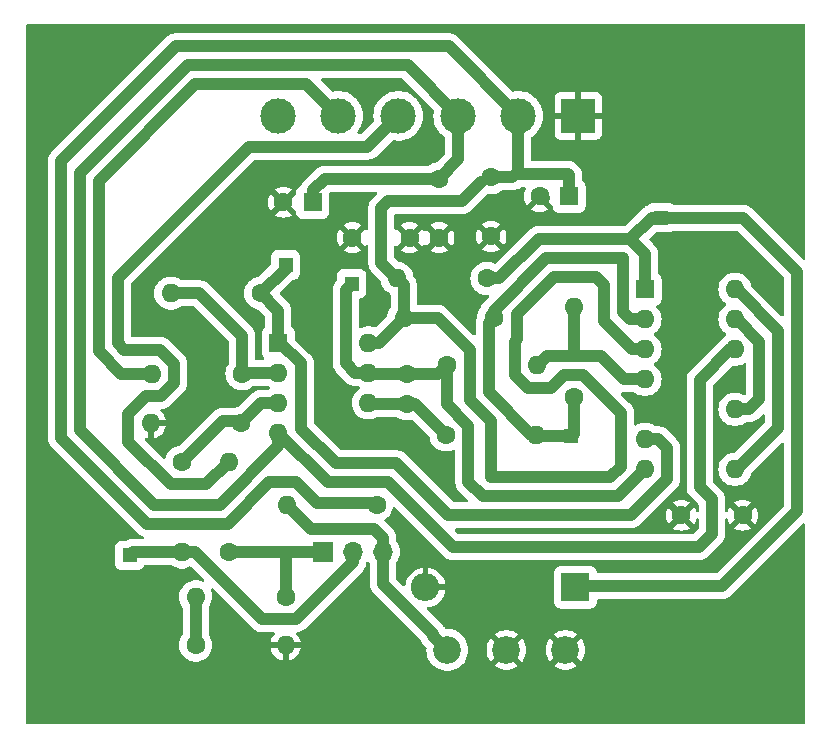
<source format=gbr>
%TF.GenerationSoftware,KiCad,Pcbnew,8.0.5*%
%TF.CreationDate,2024-11-15T02:35:30-03:00*%
%TF.ProjectId,pcb_pwm,7063625f-7077-46d2-9e6b-696361645f70,rev?*%
%TF.SameCoordinates,Original*%
%TF.FileFunction,Copper,L2,Bot*%
%TF.FilePolarity,Positive*%
%FSLAX46Y46*%
G04 Gerber Fmt 4.6, Leading zero omitted, Abs format (unit mm)*
G04 Created by KiCad (PCBNEW 8.0.5) date 2024-11-15 02:35:30*
%MOMM*%
%LPD*%
G01*
G04 APERTURE LIST*
%TA.AperFunction,ComponentPad*%
%ADD10R,1.300000X1.300000*%
%TD*%
%TA.AperFunction,ComponentPad*%
%ADD11R,1.600000X1.600000*%
%TD*%
%TA.AperFunction,ComponentPad*%
%ADD12O,1.600000X1.600000*%
%TD*%
%TA.AperFunction,ComponentPad*%
%ADD13C,1.600000*%
%TD*%
%TA.AperFunction,ComponentPad*%
%ADD14R,2.400000X2.400000*%
%TD*%
%TA.AperFunction,ComponentPad*%
%ADD15O,2.400000X2.400000*%
%TD*%
%TA.AperFunction,ComponentPad*%
%ADD16R,1.700000X1.700000*%
%TD*%
%TA.AperFunction,ComponentPad*%
%ADD17O,1.700000X1.700000*%
%TD*%
%TA.AperFunction,ComponentPad*%
%ADD18R,3.000000X3.000000*%
%TD*%
%TA.AperFunction,ComponentPad*%
%ADD19C,3.000000*%
%TD*%
%TA.AperFunction,ComponentPad*%
%ADD20C,2.340000*%
%TD*%
%TA.AperFunction,Conductor*%
%ADD21C,1.000000*%
%TD*%
G04 APERTURE END LIST*
D10*
%TO.P,TP3,1,1*%
%TO.N,Vtriang*%
X139100000Y-81600000D03*
%TD*%
D11*
%TO.P,U1,1*%
%TO.N,Verr*%
X132900000Y-86600000D03*
D12*
%TO.P,U1,2,-*%
%TO.N,Net-(U1A--)*%
X132900000Y-89140000D03*
%TO.P,U1,3,+*%
%TO.N,Net-(U1A-+)*%
X132900000Y-91680000D03*
%TO.P,U1,4,V-*%
%TO.N,-Vcc*%
X132900000Y-94220000D03*
%TO.P,U1,5,+*%
%TO.N,0*%
X140520000Y-94220000D03*
%TO.P,U1,6,-*%
%TO.N,Net-(U1B--)*%
X140520000Y-91680000D03*
%TO.P,U1,7*%
%TO.N,Vtriang*%
X140520000Y-89140000D03*
%TO.P,U1,8,V+*%
%TO.N,Vcc*%
X140520000Y-86600000D03*
%TD*%
D13*
%TO.P,,2*%
%TO.N,0*%
X144000000Y-77700000D03*
%TD*%
%TO.P,R6,1*%
%TO.N,Vcc*%
X141210000Y-100300000D03*
D12*
%TO.P,R6,2*%
%TO.N,Net-(J2-Pin_3)*%
X133590000Y-100300000D03*
%TD*%
D11*
%TO.P,U2,1*%
%TO.N,Vo*%
X163934315Y-82075000D03*
D12*
%TO.P,U2,2*%
%TO.N,Vcuad*%
X163934315Y-84615000D03*
%TO.P,U2,3,V+*%
%TO.N,Vcc*%
X163934315Y-87155000D03*
%TO.P,U2,4,-*%
%TO.N,Net-(U2A--)*%
X163934315Y-89695000D03*
%TO.P,U2,5,+*%
%TO.N,0*%
X163934315Y-92235000D03*
%TO.P,U2,6,-*%
%TO.N,Verr*%
X163934315Y-94775000D03*
%TO.P,U2,7,+*%
%TO.N,Vtriang*%
X163934315Y-97315000D03*
%TO.P,U2,8,-*%
%TO.N,Net-(U2D--)*%
X171554315Y-97315000D03*
%TO.P,U2,9,+*%
%TO.N,0*%
X171554315Y-94775000D03*
%TO.P,U2,10,-*%
%TO.N,Net-(U2C--)*%
X171554315Y-92235000D03*
%TO.P,U2,11,+*%
%TO.N,0*%
X171554315Y-89695000D03*
%TO.P,U2,12,V-*%
%TO.N,-Vcc*%
X171554315Y-87155000D03*
%TO.P,U2,13*%
%TO.N,Net-(U2C--)*%
X171554315Y-84615000D03*
%TO.P,U2,14*%
%TO.N,Net-(U2D--)*%
X171554315Y-82075000D03*
%TD*%
D13*
%TO.P,R4,1*%
%TO.N,Vtriang*%
X147190000Y-88500000D03*
D12*
%TO.P,R4,2*%
%TO.N,Net-(U2A--)*%
X154810000Y-88500000D03*
%TD*%
D13*
%TO.P,R11,1*%
%TO.N,Verr*%
X131410000Y-82400000D03*
D12*
%TO.P,R11,2*%
%TO.N,Net-(U1A--)*%
X123790000Y-82400000D03*
%TD*%
D13*
%TO.P,R3,1*%
%TO.N,Vcuad*%
X157900000Y-91200000D03*
D12*
%TO.P,R3,2*%
%TO.N,Net-(U2A--)*%
X157900000Y-83580000D03*
%TD*%
D10*
%TO.P,TP4,1,1*%
%TO.N,Vcomp*%
X120300000Y-104600000D03*
%TD*%
D13*
%TO.P,C3,1*%
%TO.N,Vcc*%
X150900000Y-72600000D03*
%TO.P,C3,2*%
%TO.N,0*%
X150900000Y-77600000D03*
%TD*%
D14*
%TO.P,D1,1,K*%
%TO.N,Vo*%
X158050000Y-107300000D03*
D15*
%TO.P,D1,2,A*%
%TO.N,0*%
X145350000Y-107300000D03*
%TD*%
D13*
%TO.P,R14,1*%
%TO.N,Net-(R14-Pad1)*%
X125890000Y-112200000D03*
D12*
%TO.P,R14,2*%
%TO.N,0*%
X133510000Y-112200000D03*
%TD*%
D13*
%TO.P,R1,1*%
%TO.N,Vcuad*%
X151110000Y-84500000D03*
D12*
%TO.P,R1,2*%
%TO.N,Vcc*%
X143490000Y-84500000D03*
%TD*%
D13*
%TO.P,R2,1*%
%TO.N,Vo*%
X150560000Y-81150000D03*
D12*
%TO.P,R2,2*%
%TO.N,Vcc*%
X142940000Y-81150000D03*
%TD*%
D13*
%TO.P,R13,1*%
%TO.N,Net-(U1A-+)*%
X124700000Y-96690000D03*
D12*
%TO.P,R13,2*%
%TO.N,Vcomp*%
X124700000Y-104310000D03*
%TD*%
D10*
%TO.P,TP1,1,1*%
%TO.N,Vo*%
X165300000Y-76000000D03*
%TD*%
%TO.P,TP2,1,1*%
%TO.N,Vcuad*%
X157700000Y-94500000D03*
%TD*%
D13*
%TO.P,,2*%
%TO.N,0*%
X167000000Y-101200000D03*
%TD*%
%TO.P,R8,1*%
%TO.N,Net-(J2-Pin_1)*%
X128700000Y-104310000D03*
D12*
%TO.P,R8,2*%
%TO.N,Vsin*%
X128700000Y-96690000D03*
%TD*%
D16*
%TO.P,J2,1,Pin_1*%
%TO.N,Net-(J2-Pin_1)*%
X136660000Y-104300000D03*
D17*
%TO.P,J2,2,Pin_2*%
%TO.N,Vcomp*%
X139200000Y-104300000D03*
%TO.P,J2,3,Pin_3*%
%TO.N,Net-(J2-Pin_3)*%
X141740000Y-104300000D03*
%TD*%
D13*
%TO.P,R12,1*%
%TO.N,Net-(U1A-+)*%
X129710000Y-93400000D03*
D12*
%TO.P,R12,2*%
%TO.N,0*%
X122090000Y-93400000D03*
%TD*%
D10*
%TO.P,TP5,1,1*%
%TO.N,Verr*%
X133500000Y-80000000D03*
%TD*%
D13*
%TO.P,,2*%
%TO.N,0*%
X172200000Y-101200000D03*
%TD*%
D11*
%TO.P,C2,1*%
%TO.N,Vcc*%
X157505112Y-74200000D03*
D13*
%TO.P,C2,2*%
%TO.N,0*%
X155005112Y-74200000D03*
%TD*%
%TO.P,R9,1*%
%TO.N,Net-(J2-Pin_1)*%
X133510000Y-108100000D03*
D12*
%TO.P,R9,2*%
%TO.N,Net-(R14-Pad1)*%
X125890000Y-108100000D03*
%TD*%
D13*
%TO.P,C1,1*%
%TO.N,Vtriang*%
X143800000Y-89250000D03*
%TO.P,C1,2*%
%TO.N,Net-(U1B--)*%
X143800000Y-91750000D03*
%TD*%
%TO.P,R5,1*%
%TO.N,Net-(U1B--)*%
X147090000Y-94400000D03*
D12*
%TO.P,R5,2*%
%TO.N,Vcuad*%
X154710000Y-94400000D03*
%TD*%
D13*
%TO.P,R10,1*%
%TO.N,Net-(U1A--)*%
X129810000Y-89200000D03*
D12*
%TO.P,R10,2*%
%TO.N,Vref*%
X122190000Y-89200000D03*
%TD*%
D18*
%TO.P,J3,1,Pin_1*%
%TO.N,0*%
X158280000Y-67390000D03*
D19*
%TO.P,J3,2,Pin_2*%
%TO.N,Vcc*%
X153200000Y-67390000D03*
%TO.P,J3,3,Pin_3*%
%TO.N,-Vcc*%
X148120000Y-67390000D03*
%TO.P,J3,4,Pin_4*%
%TO.N,Vsin*%
X143040000Y-67390000D03*
%TO.P,J3,5,Pin_5*%
%TO.N,Vref*%
X137960000Y-67390000D03*
%TO.P,J3,6,Pin_6*%
%TO.N,N/C*%
X132880000Y-67390000D03*
%TD*%
D20*
%TO.P,RV1,1,1*%
%TO.N,Net-(J2-Pin_3)*%
X147200000Y-112600000D03*
%TO.P,RV1,2,2*%
%TO.N,0*%
X152200000Y-112600000D03*
%TO.P,RV1,3,3*%
X157200000Y-112600000D03*
%TD*%
D13*
%TO.P,,2*%
%TO.N,0*%
X139150000Y-77700000D03*
%TD*%
%TO.P,C4,1*%
%TO.N,-Vcc*%
X146500000Y-72700000D03*
%TO.P,C4,2*%
%TO.N,0*%
X146500000Y-77700000D03*
%TD*%
D11*
%TO.P,C5,1*%
%TO.N,-Vcc*%
X135805113Y-74700000D03*
D13*
%TO.P,C5,2*%
%TO.N,0*%
X133305113Y-74700000D03*
%TD*%
D21*
%TO.N,Net-(U1B--)*%
X140590000Y-91750000D02*
X140520000Y-91680000D01*
X144440000Y-91750000D02*
X147090000Y-94400000D01*
X143800000Y-91750000D02*
X140590000Y-91750000D01*
X143800000Y-91750000D02*
X144440000Y-91750000D01*
%TO.N,Vcc*%
X153100000Y-86300000D02*
X152900000Y-86500000D01*
X150900000Y-93260252D02*
X149090000Y-91450252D01*
X161900000Y-97086573D02*
X160986573Y-98000000D01*
X159784315Y-81050000D02*
X156238226Y-81050000D01*
X153200000Y-72081370D02*
X153200000Y-67390000D01*
X153094113Y-84194113D02*
X153100000Y-84200000D01*
X154000000Y-90400000D02*
X156012994Y-90400000D01*
X141600000Y-79810000D02*
X141600000Y-75200000D01*
X152981370Y-72300000D02*
X153200000Y-72081370D01*
X149090000Y-87190000D02*
X146400000Y-84500000D01*
X157112994Y-89300000D02*
X158687006Y-89300000D01*
X153100000Y-84200000D02*
X153100000Y-86300000D01*
X150900000Y-72600000D02*
X152681370Y-72600000D01*
X136177006Y-100200000D02*
X141110000Y-100200000D01*
X121737258Y-101900000D02*
X128614112Y-101900000D01*
X147310000Y-61500000D02*
X124200000Y-61500000D01*
X160986573Y-98000000D02*
X150900000Y-98000000D01*
X152910000Y-89310000D02*
X154000000Y-90400000D01*
X160434315Y-84786370D02*
X160434315Y-81700000D01*
X132114112Y-98400000D02*
X134377006Y-98400000D01*
X156238226Y-81050000D02*
X153094113Y-84194113D01*
X156012994Y-90400000D02*
X157112994Y-89300000D01*
X150900000Y-98000000D02*
X150900000Y-93260252D01*
X152981370Y-72300000D02*
X157405112Y-72300000D01*
X141110000Y-100200000D02*
X141210000Y-100300000D01*
X134377006Y-98400000D02*
X136177006Y-100200000D01*
X158687006Y-89300000D02*
X161900000Y-92512994D01*
X152681370Y-72600000D02*
X152981370Y-72300000D01*
X142200000Y-74600000D02*
X148418630Y-74600000D01*
X157405112Y-72300000D02*
X157505112Y-72400000D01*
X152900000Y-86500000D02*
X152910000Y-86510000D01*
X141390000Y-86600000D02*
X143490000Y-84500000D01*
X114500000Y-94662742D02*
X121737258Y-101900000D01*
X148418630Y-74600000D02*
X150068630Y-72950000D01*
X149090000Y-91450252D02*
X149090000Y-87190000D01*
X153200000Y-67390000D02*
X147310000Y-61500000D01*
X114500000Y-71200000D02*
X114500000Y-94662742D01*
X128614112Y-101900000D02*
X132114112Y-98400000D01*
X161900000Y-92512994D02*
X161900000Y-97086573D01*
X157505112Y-72400000D02*
X157505112Y-74200000D01*
X162802945Y-87155000D02*
X160434315Y-84786370D01*
X140520000Y-86600000D02*
X141390000Y-86600000D01*
X146400000Y-84500000D02*
X143490000Y-84500000D01*
X141600000Y-75200000D02*
X142200000Y-74600000D01*
X143490000Y-81700000D02*
X141600000Y-79810000D01*
X143490000Y-84500000D02*
X143490000Y-81700000D01*
X160434315Y-81700000D02*
X159784315Y-81050000D01*
X152910000Y-86510000D02*
X152910000Y-89310000D01*
X124200000Y-61500000D02*
X114500000Y-71200000D01*
X163934315Y-87155000D02*
X162802945Y-87155000D01*
%TO.N,0*%
X155050000Y-73950000D02*
X155400000Y-74300000D01*
%TO.N,Vo*%
X151612742Y-81150000D02*
X150560000Y-81150000D01*
X158050000Y-107300000D02*
X158150000Y-107200000D01*
X158150000Y-107200000D02*
X170450000Y-107200000D01*
X176800000Y-100850000D02*
X176800000Y-80600000D01*
X165300000Y-76000000D02*
X164547057Y-76000000D01*
X155050000Y-77850000D02*
X154981371Y-77781371D01*
X164547057Y-76000000D02*
X162697057Y-77850000D01*
X172200000Y-76000000D02*
X165300000Y-76000000D01*
X176800000Y-80600000D02*
X172200000Y-76000000D01*
X154981371Y-77781371D02*
X151612742Y-81150000D01*
X170450000Y-107200000D02*
X176800000Y-100850000D01*
X162697057Y-77850000D02*
X155050000Y-77850000D01*
X162697057Y-77850000D02*
X163934315Y-79087258D01*
X163934315Y-79087258D02*
X163934315Y-82075000D01*
%TO.N,Vsin*%
X130400000Y-70000000D02*
X140430000Y-70000000D01*
X120190000Y-94990000D02*
X120190000Y-92612994D01*
X119300000Y-81100000D02*
X130400000Y-70000000D01*
X123790000Y-98590000D02*
X120190000Y-94990000D01*
X122877006Y-87200000D02*
X119862742Y-87200000D01*
X128700000Y-96690000D02*
X126800000Y-98590000D01*
X119862742Y-87200000D02*
X119300000Y-86637258D01*
X124090000Y-88412994D02*
X122877006Y-87200000D01*
X124090000Y-89987006D02*
X124090000Y-88412994D01*
X126800000Y-98590000D02*
X123790000Y-98590000D01*
X140430000Y-70000000D02*
X143040000Y-67390000D01*
X121702994Y-91100000D02*
X122977006Y-91100000D01*
X120190000Y-92612994D02*
X121702994Y-91100000D01*
X122977006Y-91100000D02*
X124090000Y-89987006D01*
X119300000Y-86637258D02*
X119300000Y-81100000D01*
%TO.N,Net-(J2-Pin_3)*%
X146020000Y-111280000D02*
X146020000Y-111420000D01*
X146020000Y-111420000D02*
X147200000Y-112600000D01*
X141740000Y-107000000D02*
X146020000Y-111280000D01*
X141740000Y-103097919D02*
X140992081Y-102350000D01*
X141740000Y-103097919D02*
X141740000Y-104300000D01*
X141740000Y-104300000D02*
X141740000Y-107000000D01*
X135640000Y-102350000D02*
X133590000Y-100300000D01*
X140992081Y-102350000D02*
X135640000Y-102350000D01*
%TO.N,Net-(U1A-+)*%
X129710000Y-93400000D02*
X131430000Y-91680000D01*
X131430000Y-91680000D02*
X132900000Y-91680000D01*
X128190000Y-93200000D02*
X129510000Y-93200000D01*
X129510000Y-93200000D02*
X129710000Y-93400000D01*
X124700000Y-96690000D02*
X128190000Y-93200000D01*
%TO.N,Net-(U1A--)*%
X132900000Y-89140000D02*
X129870000Y-89140000D01*
X126200000Y-82400000D02*
X129810000Y-86010000D01*
X123790000Y-82400000D02*
X126200000Y-82400000D01*
X129870000Y-89140000D02*
X129810000Y-89200000D01*
X129810000Y-86010000D02*
X129810000Y-89200000D01*
%TO.N,-Vcc*%
X122400000Y-100300000D02*
X116100000Y-94000000D01*
X168550000Y-89750000D02*
X168550000Y-98800000D01*
X171554315Y-87155000D02*
X171145000Y-87155000D01*
X168550000Y-98800000D02*
X169600000Y-99850000D01*
X171145000Y-87155000D02*
X168550000Y-89750000D01*
X169600000Y-99850000D02*
X169600000Y-102800000D01*
X169600000Y-102800000D02*
X168500000Y-103900000D01*
X142200000Y-98400000D02*
X137080000Y-98400000D01*
X116100000Y-72200000D02*
X125200000Y-63100000D01*
X146500000Y-72700000D02*
X136800000Y-72700000D01*
X168500000Y-103900000D02*
X147700000Y-103900000D01*
X143830000Y-63100000D02*
X148120000Y-67390000D01*
X137080000Y-98400000D02*
X132900000Y-94220000D01*
X127951370Y-100300000D02*
X122400000Y-100300000D01*
X148120000Y-67390000D02*
X148120000Y-71080000D01*
X136800000Y-72700000D02*
X135805113Y-73694887D01*
X125200000Y-63100000D02*
X143830000Y-63100000D01*
X147700000Y-103900000D02*
X142200000Y-98400000D01*
X132900000Y-94220000D02*
X132900000Y-95351370D01*
X135805113Y-73694887D02*
X135805113Y-74700000D01*
X132900000Y-95351370D02*
X127951370Y-100300000D01*
X116100000Y-94000000D02*
X116100000Y-72200000D01*
X148120000Y-71080000D02*
X146500000Y-72700000D01*
%TO.N,Net-(J2-Pin_1)*%
X133600000Y-104310000D02*
X128700000Y-104310000D01*
X133510000Y-104400000D02*
X133600000Y-104310000D01*
X133600000Y-104310000D02*
X136650000Y-104310000D01*
X133510000Y-108100000D02*
X133510000Y-104400000D01*
X136650000Y-104310000D02*
X136660000Y-104300000D01*
%TO.N,Net-(U2A--)*%
X157800000Y-87700001D02*
X160200001Y-87700001D01*
X157900000Y-87600001D02*
X157800000Y-87700001D01*
X157900000Y-83580000D02*
X157900000Y-87600001D01*
X160200001Y-87700001D02*
X162195000Y-89695000D01*
X162195000Y-89695000D02*
X163934315Y-89695000D01*
X154810000Y-88500000D02*
X155609999Y-87700001D01*
X155609999Y-87700001D02*
X157800000Y-87700001D01*
%TO.N,Net-(R14-Pad1)*%
X125890000Y-108100000D02*
X125890000Y-112200000D01*
%TO.N,Vref*%
X119600000Y-89200000D02*
X122190000Y-89200000D01*
X135270000Y-64700000D02*
X125862742Y-64700000D01*
X117700000Y-87300000D02*
X119600000Y-89200000D01*
X137960000Y-67390000D02*
X135270000Y-64700000D01*
X125862742Y-64700000D02*
X117700000Y-72862742D01*
X117700000Y-72862742D02*
X117700000Y-87300000D01*
%TO.N,Net-(U2D--)*%
X171701321Y-82075000D02*
X171554315Y-82075000D01*
X175200000Y-93816321D02*
X175200000Y-85573679D01*
X171554315Y-97315000D02*
X171701321Y-97315000D01*
X175200000Y-85573679D02*
X171701321Y-82075000D01*
X171701321Y-97315000D02*
X175200000Y-93816321D01*
%TO.N,Net-(U2C--)*%
X171554315Y-92235000D02*
X172765000Y-92235000D01*
X172765000Y-92235000D02*
X173600000Y-91400000D01*
X173600000Y-91400000D02*
X173600000Y-86513679D01*
X171701321Y-84615000D02*
X171554315Y-84615000D01*
X173600000Y-86513679D02*
X171701321Y-84615000D01*
%TO.N,Vtriang*%
X143800000Y-89250000D02*
X146440000Y-89250000D01*
X148990000Y-98390000D02*
X148990000Y-94000000D01*
X138600000Y-82100000D02*
X139100000Y-81600000D01*
X148990000Y-93612994D02*
X148990000Y-94000000D01*
X138600000Y-88351370D02*
X138600000Y-82100000D01*
X147190000Y-88500000D02*
X147190000Y-91812994D01*
X140630000Y-89250000D02*
X140520000Y-89140000D01*
X146440000Y-89250000D02*
X147190000Y-88500000D01*
X161649315Y-99600000D02*
X150200000Y-99600000D01*
X143800000Y-89250000D02*
X140630000Y-89250000D01*
X139388630Y-89140000D02*
X138600000Y-88351370D01*
X140520000Y-89140000D02*
X139388630Y-89140000D01*
X163934315Y-97315000D02*
X161649315Y-99600000D01*
X147190000Y-91812994D02*
X148990000Y-93612994D01*
X150200000Y-99600000D02*
X148990000Y-98390000D01*
%TO.N,Vcuad*%
X154302490Y-94400000D02*
X154710000Y-94400000D01*
X150690000Y-84920000D02*
X150690000Y-90787510D01*
X151110000Y-84500000D02*
X151110000Y-83915484D01*
X157900000Y-91200000D02*
X157900000Y-94300000D01*
X151110000Y-83915484D02*
X155575484Y-79450000D01*
X151110000Y-84500000D02*
X150690000Y-84920000D01*
X154810000Y-94500000D02*
X154710000Y-94400000D01*
X150690000Y-90787510D02*
X154302490Y-94400000D01*
X162034315Y-79450000D02*
X162034315Y-83975000D01*
X162034315Y-83975000D02*
X162674315Y-84615000D01*
X162674315Y-84615000D02*
X163934315Y-84615000D01*
X157700000Y-94500000D02*
X154810000Y-94500000D01*
X157900000Y-94300000D02*
X157700000Y-94500000D01*
X155575484Y-79450000D02*
X162034315Y-79450000D01*
%TO.N,Verr*%
X142862742Y-96800000D02*
X147262742Y-101200000D01*
X133500000Y-80000000D02*
X133500000Y-80310000D01*
X134800000Y-88352994D02*
X134800000Y-93857258D01*
X137742742Y-96800000D02*
X142862742Y-96800000D01*
X132900000Y-86600000D02*
X133047006Y-86600000D01*
X134800000Y-93857258D02*
X137742742Y-96800000D01*
X165834315Y-95543630D02*
X165065685Y-94775000D01*
X132900000Y-86600000D02*
X132900000Y-83890000D01*
X133047006Y-86600000D02*
X134800000Y-88352994D01*
X165065685Y-94775000D02*
X163934315Y-94775000D01*
X165834315Y-98102006D02*
X165834315Y-95543630D01*
X162736321Y-101200000D02*
X165834315Y-98102006D01*
X132900000Y-83890000D02*
X131410000Y-82400000D01*
X133500000Y-80310000D02*
X131410000Y-82400000D01*
X147262742Y-101200000D02*
X162736321Y-101200000D01*
%TO.N,Vcomp*%
X125831370Y-104310000D02*
X131521370Y-110000000D01*
X131521370Y-110000000D02*
X134400000Y-110000000D01*
X134400000Y-110000000D02*
X139200000Y-105200000D01*
X124700000Y-104310000D02*
X120590000Y-104310000D01*
X139200000Y-105200000D02*
X139200000Y-104300000D01*
X124700000Y-104310000D02*
X125831370Y-104310000D01*
X120590000Y-104310000D02*
X120300000Y-104600000D01*
%TD*%
%TA.AperFunction,Conductor*%
%TO.N,0*%
G36*
X177442539Y-59620185D02*
G01*
X177488294Y-59672989D01*
X177499500Y-59724500D01*
X177499500Y-79443796D01*
X177479815Y-79510835D01*
X177427011Y-79556590D01*
X177357853Y-79566534D01*
X177294297Y-79537509D01*
X177287819Y-79531477D01*
X172916930Y-75160588D01*
X172916928Y-75160586D01*
X172776788Y-75058768D01*
X172622445Y-74980127D01*
X172457701Y-74926598D01*
X172457699Y-74926597D01*
X172457698Y-74926597D01*
X172326271Y-74905781D01*
X172286611Y-74899500D01*
X172286610Y-74899500D01*
X166391419Y-74899500D01*
X166324380Y-74879815D01*
X166315933Y-74873876D01*
X166252842Y-74825464D01*
X166106762Y-74764956D01*
X166106760Y-74764955D01*
X165989370Y-74749501D01*
X165989367Y-74749500D01*
X165989361Y-74749500D01*
X165989354Y-74749500D01*
X164610636Y-74749500D01*
X164493246Y-74764953D01*
X164493237Y-74764956D01*
X164347160Y-74825463D01*
X164221713Y-74921722D01*
X164217702Y-74926950D01*
X164161274Y-74968152D01*
X164157649Y-74969392D01*
X164124610Y-74980127D01*
X163970268Y-75058768D01*
X163913518Y-75100000D01*
X163830129Y-75160586D01*
X163830127Y-75160588D01*
X163830126Y-75160588D01*
X162277534Y-76713181D01*
X162216211Y-76746666D01*
X162189853Y-76749500D01*
X155386531Y-76749500D01*
X155348213Y-76743431D01*
X155239072Y-76707969D01*
X155067982Y-76680871D01*
X154894760Y-76680871D01*
X154855099Y-76687152D01*
X154723673Y-76707968D01*
X154558923Y-76761499D01*
X154404582Y-76840139D01*
X154327536Y-76896117D01*
X154264443Y-76941957D01*
X154264441Y-76941959D01*
X154264440Y-76941959D01*
X151331874Y-79874524D01*
X151270551Y-79908009D01*
X151200859Y-79903025D01*
X151185176Y-79895898D01*
X151124509Y-79863067D01*
X151124506Y-79863065D01*
X151124503Y-79863064D01*
X151124500Y-79863063D01*
X151124498Y-79863062D01*
X150904984Y-79787702D01*
X150733282Y-79759050D01*
X150676049Y-79749500D01*
X150443951Y-79749500D01*
X150398164Y-79757140D01*
X150215015Y-79787702D01*
X149995504Y-79863061D01*
X149995495Y-79863064D01*
X149791371Y-79973531D01*
X149791365Y-79973535D01*
X149608222Y-80116081D01*
X149608219Y-80116084D01*
X149451016Y-80286852D01*
X149324075Y-80481151D01*
X149230842Y-80693699D01*
X149173866Y-80918691D01*
X149173864Y-80918702D01*
X149154700Y-81149993D01*
X149154700Y-81150006D01*
X149173864Y-81381297D01*
X149173866Y-81381308D01*
X149230842Y-81606300D01*
X149324075Y-81818848D01*
X149451016Y-82013147D01*
X149451019Y-82013151D01*
X149451021Y-82013153D01*
X149608216Y-82183913D01*
X149608219Y-82183915D01*
X149608222Y-82183918D01*
X149791365Y-82326464D01*
X149791371Y-82326468D01*
X149791374Y-82326470D01*
X149995497Y-82436936D01*
X150058506Y-82458567D01*
X150215015Y-82512297D01*
X150215017Y-82512297D01*
X150215019Y-82512298D01*
X150443951Y-82550500D01*
X150443952Y-82550500D01*
X150619279Y-82550500D01*
X150686318Y-82570185D01*
X150732073Y-82622989D01*
X150742017Y-82692147D01*
X150712992Y-82755703D01*
X150706960Y-82762181D01*
X150393072Y-83076070D01*
X150270588Y-83198553D01*
X150270588Y-83198554D01*
X150270586Y-83198556D01*
X150232142Y-83251470D01*
X150168768Y-83338695D01*
X150090128Y-83493035D01*
X150090127Y-83493039D01*
X150074882Y-83539953D01*
X150048184Y-83585612D01*
X150001019Y-83636849D01*
X149874075Y-83831151D01*
X149780842Y-84043699D01*
X149723866Y-84268691D01*
X149723864Y-84268703D01*
X149713670Y-84391732D01*
X149700580Y-84437785D01*
X149670128Y-84497551D01*
X149670126Y-84497557D01*
X149616597Y-84662302D01*
X149589500Y-84833389D01*
X149589500Y-85833796D01*
X149569815Y-85900835D01*
X149517011Y-85946590D01*
X149447853Y-85956534D01*
X149384297Y-85927509D01*
X149377819Y-85921477D01*
X147116930Y-83660588D01*
X147116928Y-83660586D01*
X146976788Y-83558768D01*
X146822445Y-83480127D01*
X146657701Y-83426598D01*
X146657699Y-83426597D01*
X146657698Y-83426597D01*
X146526271Y-83405781D01*
X146486611Y-83399500D01*
X146486610Y-83399500D01*
X144714500Y-83399500D01*
X144647461Y-83379815D01*
X144601706Y-83327011D01*
X144590500Y-83275500D01*
X144590500Y-81613389D01*
X144563402Y-81442302D01*
X144563402Y-81442299D01*
X144509873Y-81277555D01*
X144431232Y-81123212D01*
X144352124Y-81014330D01*
X144328867Y-80951685D01*
X144326134Y-80918695D01*
X144269157Y-80693700D01*
X144266445Y-80687518D01*
X144175924Y-80481151D01*
X144048983Y-80286852D01*
X144048980Y-80286849D01*
X144048979Y-80286847D01*
X143891784Y-80116087D01*
X143891779Y-80116083D01*
X143891777Y-80116081D01*
X143708634Y-79973535D01*
X143708628Y-79973531D01*
X143504504Y-79863064D01*
X143504495Y-79863061D01*
X143284983Y-79787702D01*
X143142993Y-79764008D01*
X143080108Y-79733557D01*
X143075722Y-79729380D01*
X142736819Y-79390477D01*
X142703334Y-79329154D01*
X142700500Y-79302796D01*
X142700500Y-78503880D01*
X142720185Y-78436841D01*
X142772989Y-78391086D01*
X142842147Y-78381142D01*
X142905703Y-78410167D01*
X142919379Y-78425333D01*
X142920974Y-78425472D01*
X143600000Y-77746446D01*
X143600000Y-77752661D01*
X143627259Y-77854394D01*
X143679920Y-77945606D01*
X143754394Y-78020080D01*
X143845606Y-78072741D01*
X143947339Y-78100000D01*
X143953553Y-78100000D01*
X143274526Y-78779025D01*
X143347513Y-78830132D01*
X143347521Y-78830136D01*
X143553668Y-78926264D01*
X143553682Y-78926269D01*
X143773389Y-78985139D01*
X143773400Y-78985141D01*
X143999998Y-79004966D01*
X144000002Y-79004966D01*
X144226599Y-78985141D01*
X144226610Y-78985139D01*
X144446317Y-78926269D01*
X144446331Y-78926264D01*
X144652478Y-78830136D01*
X144725471Y-78779024D01*
X144046447Y-78100000D01*
X144052661Y-78100000D01*
X144154394Y-78072741D01*
X144245606Y-78020080D01*
X144320080Y-77945606D01*
X144372741Y-77854394D01*
X144400000Y-77752661D01*
X144400000Y-77746447D01*
X145079024Y-78425471D01*
X145130135Y-78352480D01*
X145137617Y-78336435D01*
X145183789Y-78283995D01*
X145250982Y-78264842D01*
X145317863Y-78285057D01*
X145362383Y-78336435D01*
X145369865Y-78352481D01*
X145420974Y-78425472D01*
X146100000Y-77746446D01*
X146100000Y-77752661D01*
X146127259Y-77854394D01*
X146179920Y-77945606D01*
X146254394Y-78020080D01*
X146345606Y-78072741D01*
X146447339Y-78100000D01*
X146453553Y-78100000D01*
X145774526Y-78779025D01*
X145847513Y-78830132D01*
X145847521Y-78830136D01*
X146053668Y-78926264D01*
X146053682Y-78926269D01*
X146273389Y-78985139D01*
X146273400Y-78985141D01*
X146499998Y-79004966D01*
X146500002Y-79004966D01*
X146726599Y-78985141D01*
X146726610Y-78985139D01*
X146946317Y-78926269D01*
X146946331Y-78926264D01*
X147152478Y-78830136D01*
X147225471Y-78779024D01*
X146546447Y-78100000D01*
X146552661Y-78100000D01*
X146654394Y-78072741D01*
X146745606Y-78020080D01*
X146820080Y-77945606D01*
X146872741Y-77854394D01*
X146900000Y-77752661D01*
X146900000Y-77746447D01*
X147579024Y-78425471D01*
X147630136Y-78352478D01*
X147726264Y-78146331D01*
X147726269Y-78146317D01*
X147785139Y-77926610D01*
X147785141Y-77926599D01*
X147804966Y-77700002D01*
X147804966Y-77699997D01*
X147796217Y-77599997D01*
X149595034Y-77599997D01*
X149595034Y-77600002D01*
X149614858Y-77826599D01*
X149614860Y-77826610D01*
X149673730Y-78046317D01*
X149673735Y-78046331D01*
X149769863Y-78252478D01*
X149820974Y-78325472D01*
X150500000Y-77646446D01*
X150500000Y-77652661D01*
X150527259Y-77754394D01*
X150579920Y-77845606D01*
X150654394Y-77920080D01*
X150745606Y-77972741D01*
X150847339Y-78000000D01*
X150853553Y-78000000D01*
X150174526Y-78679025D01*
X150247513Y-78730132D01*
X150247521Y-78730136D01*
X150453668Y-78826264D01*
X150453682Y-78826269D01*
X150673389Y-78885139D01*
X150673400Y-78885141D01*
X150899998Y-78904966D01*
X150900002Y-78904966D01*
X151126599Y-78885141D01*
X151126610Y-78885139D01*
X151346317Y-78826269D01*
X151346331Y-78826264D01*
X151552478Y-78730136D01*
X151625471Y-78679024D01*
X150946447Y-78000000D01*
X150952661Y-78000000D01*
X151054394Y-77972741D01*
X151145606Y-77920080D01*
X151220080Y-77845606D01*
X151272741Y-77754394D01*
X151300000Y-77652661D01*
X151300000Y-77646447D01*
X151979024Y-78325471D01*
X152030136Y-78252478D01*
X152126264Y-78046331D01*
X152126269Y-78046317D01*
X152185139Y-77826610D01*
X152185141Y-77826599D01*
X152204966Y-77600002D01*
X152204966Y-77599997D01*
X152185141Y-77373400D01*
X152185139Y-77373389D01*
X152126269Y-77153682D01*
X152126264Y-77153668D01*
X152030136Y-76947521D01*
X152030132Y-76947513D01*
X151979025Y-76874526D01*
X151300000Y-77553551D01*
X151300000Y-77547339D01*
X151272741Y-77445606D01*
X151220080Y-77354394D01*
X151145606Y-77279920D01*
X151054394Y-77227259D01*
X150952661Y-77200000D01*
X150946448Y-77200000D01*
X151625472Y-76520974D01*
X151552478Y-76469863D01*
X151346331Y-76373735D01*
X151346317Y-76373730D01*
X151126610Y-76314860D01*
X151126599Y-76314858D01*
X150900002Y-76295034D01*
X150899998Y-76295034D01*
X150673400Y-76314858D01*
X150673389Y-76314860D01*
X150453682Y-76373730D01*
X150453673Y-76373734D01*
X150247516Y-76469866D01*
X150247512Y-76469868D01*
X150174526Y-76520973D01*
X150174526Y-76520974D01*
X150853553Y-77200000D01*
X150847339Y-77200000D01*
X150745606Y-77227259D01*
X150654394Y-77279920D01*
X150579920Y-77354394D01*
X150527259Y-77445606D01*
X150500000Y-77547339D01*
X150500000Y-77553552D01*
X149820974Y-76874526D01*
X149820973Y-76874526D01*
X149769868Y-76947512D01*
X149769866Y-76947516D01*
X149673734Y-77153673D01*
X149673730Y-77153682D01*
X149614860Y-77373389D01*
X149614858Y-77373400D01*
X149595034Y-77599997D01*
X147796217Y-77599997D01*
X147785141Y-77473400D01*
X147785139Y-77473389D01*
X147726269Y-77253682D01*
X147726264Y-77253668D01*
X147630136Y-77047521D01*
X147630132Y-77047513D01*
X147579025Y-76974526D01*
X146900000Y-77653551D01*
X146900000Y-77647339D01*
X146872741Y-77545606D01*
X146820080Y-77454394D01*
X146745606Y-77379920D01*
X146654394Y-77327259D01*
X146552661Y-77300000D01*
X146546448Y-77300000D01*
X147225472Y-76620974D01*
X147152478Y-76569863D01*
X146946331Y-76473735D01*
X146946317Y-76473730D01*
X146726610Y-76414860D01*
X146726599Y-76414858D01*
X146500002Y-76395034D01*
X146499998Y-76395034D01*
X146273400Y-76414858D01*
X146273389Y-76414860D01*
X146053682Y-76473730D01*
X146053673Y-76473734D01*
X145847516Y-76569866D01*
X145847512Y-76569868D01*
X145774526Y-76620973D01*
X145774526Y-76620974D01*
X146453553Y-77300000D01*
X146447339Y-77300000D01*
X146345606Y-77327259D01*
X146254394Y-77379920D01*
X146179920Y-77454394D01*
X146127259Y-77545606D01*
X146100000Y-77647339D01*
X146100000Y-77653552D01*
X145420974Y-76974526D01*
X145420973Y-76974526D01*
X145369868Y-77047512D01*
X145369865Y-77047518D01*
X145362381Y-77063568D01*
X145316208Y-77116006D01*
X145249014Y-77135157D01*
X145182133Y-77114940D01*
X145137618Y-77063566D01*
X145130134Y-77047517D01*
X145130132Y-77047513D01*
X145079025Y-76974526D01*
X144400000Y-77653551D01*
X144400000Y-77647339D01*
X144372741Y-77545606D01*
X144320080Y-77454394D01*
X144245606Y-77379920D01*
X144154394Y-77327259D01*
X144052661Y-77300000D01*
X144046448Y-77300000D01*
X144725472Y-76620974D01*
X144652478Y-76569863D01*
X144446331Y-76473735D01*
X144446317Y-76473730D01*
X144226610Y-76414860D01*
X144226599Y-76414858D01*
X144000002Y-76395034D01*
X143999998Y-76395034D01*
X143773400Y-76414858D01*
X143773389Y-76414860D01*
X143553682Y-76473730D01*
X143553673Y-76473734D01*
X143347516Y-76569866D01*
X143347512Y-76569868D01*
X143274526Y-76620973D01*
X143274526Y-76620974D01*
X143953553Y-77300000D01*
X143947339Y-77300000D01*
X143845606Y-77327259D01*
X143754394Y-77379920D01*
X143679920Y-77454394D01*
X143627259Y-77545606D01*
X143600000Y-77647339D01*
X143600000Y-77653552D01*
X142920974Y-76974526D01*
X142916466Y-76974920D01*
X142871497Y-77010866D01*
X142801999Y-77018058D01*
X142739644Y-76986535D01*
X142704231Y-76926305D01*
X142700500Y-76896117D01*
X142700500Y-75824500D01*
X142720185Y-75757461D01*
X142772989Y-75711706D01*
X142824500Y-75700500D01*
X148505240Y-75700500D01*
X148505241Y-75700500D01*
X148676331Y-75673402D01*
X148841075Y-75619873D01*
X148995418Y-75541232D01*
X149135558Y-75439414D01*
X150559296Y-74015674D01*
X150620617Y-73982191D01*
X150667381Y-73981048D01*
X150783951Y-74000500D01*
X150783952Y-74000500D01*
X151016048Y-74000500D01*
X151016049Y-74000500D01*
X151244981Y-73962298D01*
X151464503Y-73886936D01*
X151668626Y-73776470D01*
X151668634Y-73776464D01*
X151732640Y-73726647D01*
X151797634Y-73701004D01*
X151808802Y-73700500D01*
X152767980Y-73700500D01*
X152767981Y-73700500D01*
X152939071Y-73673402D01*
X153103815Y-73619873D01*
X153258158Y-73541232D01*
X153398298Y-73439414D01*
X153400893Y-73436819D01*
X153462216Y-73403334D01*
X153488574Y-73400500D01*
X153748892Y-73400500D01*
X153815931Y-73420185D01*
X153861686Y-73472989D01*
X153871630Y-73542147D01*
X153861274Y-73576904D01*
X153778847Y-73753668D01*
X153778842Y-73753682D01*
X153719972Y-73973389D01*
X153719970Y-73973400D01*
X153700146Y-74199997D01*
X153700146Y-74200002D01*
X153719970Y-74426599D01*
X153719972Y-74426610D01*
X153778842Y-74646317D01*
X153778847Y-74646331D01*
X153874975Y-74852478D01*
X153926086Y-74925472D01*
X154605112Y-74246446D01*
X154605112Y-74252661D01*
X154632371Y-74354394D01*
X154685032Y-74445606D01*
X154759506Y-74520080D01*
X154850718Y-74572741D01*
X154952451Y-74600000D01*
X154958665Y-74600000D01*
X154279638Y-75279025D01*
X154352625Y-75330132D01*
X154352633Y-75330136D01*
X154558780Y-75426264D01*
X154558794Y-75426269D01*
X154778501Y-75485139D01*
X154778512Y-75485141D01*
X155005110Y-75504966D01*
X155005114Y-75504966D01*
X155231711Y-75485141D01*
X155231722Y-75485139D01*
X155451429Y-75426269D01*
X155451443Y-75426264D01*
X155657590Y-75330136D01*
X155730583Y-75279024D01*
X155051559Y-74600000D01*
X155057773Y-74600000D01*
X155159506Y-74572741D01*
X155250718Y-74520080D01*
X155325192Y-74445606D01*
X155377853Y-74354394D01*
X155405112Y-74252661D01*
X155405112Y-74246448D01*
X156068293Y-74909629D01*
X156101778Y-74970952D01*
X156104612Y-74997307D01*
X156104612Y-75039362D01*
X156120065Y-75156753D01*
X156120068Y-75156762D01*
X156180576Y-75302841D01*
X156276830Y-75428282D01*
X156402271Y-75524536D01*
X156548350Y-75585044D01*
X156665751Y-75600500D01*
X158344472Y-75600499D01*
X158344475Y-75600499D01*
X158461865Y-75585046D01*
X158461869Y-75585044D01*
X158461874Y-75585044D01*
X158607953Y-75524536D01*
X158733394Y-75428282D01*
X158829648Y-75302841D01*
X158890156Y-75156762D01*
X158905612Y-75039361D01*
X158905611Y-73360640D01*
X158905611Y-73360636D01*
X158890158Y-73243246D01*
X158890156Y-73243241D01*
X158890156Y-73243238D01*
X158829648Y-73097159D01*
X158733394Y-72971718D01*
X158733392Y-72971717D01*
X158733392Y-72971716D01*
X158654126Y-72910894D01*
X158612923Y-72854466D01*
X158605612Y-72812518D01*
X158605612Y-72313389D01*
X158578514Y-72142299D01*
X158572312Y-72123212D01*
X158572311Y-72123208D01*
X158524987Y-71977558D01*
X158446343Y-71823211D01*
X158439192Y-71813368D01*
X158344526Y-71683072D01*
X158122040Y-71460586D01*
X157981900Y-71358768D01*
X157827557Y-71280127D01*
X157662813Y-71226598D01*
X157662811Y-71226597D01*
X157662810Y-71226597D01*
X157531383Y-71205781D01*
X157491723Y-71199500D01*
X157491722Y-71199500D01*
X154424500Y-71199500D01*
X154357461Y-71179815D01*
X154311706Y-71127011D01*
X154300500Y-71075500D01*
X154300500Y-69248886D01*
X154320185Y-69181847D01*
X154360070Y-69142939D01*
X154414147Y-69110055D01*
X154637053Y-68928708D01*
X154833189Y-68718698D01*
X154998901Y-68483936D01*
X155131104Y-68228797D01*
X155227334Y-67958032D01*
X155285798Y-67676686D01*
X155305408Y-67390000D01*
X155285798Y-67103314D01*
X155227334Y-66821968D01*
X155131105Y-66551206D01*
X155131106Y-66551206D01*
X154998901Y-66296064D01*
X154833187Y-66061299D01*
X154754554Y-65977105D01*
X154637053Y-65851292D01*
X154625822Y-65842155D01*
X156280000Y-65842155D01*
X156280000Y-67140000D01*
X157560936Y-67140000D01*
X157549207Y-67168316D01*
X157520000Y-67315147D01*
X157520000Y-67464853D01*
X157549207Y-67611684D01*
X157560936Y-67640000D01*
X156280000Y-67640000D01*
X156280000Y-68937844D01*
X156286401Y-68997372D01*
X156286403Y-68997379D01*
X156336645Y-69132086D01*
X156336649Y-69132093D01*
X156422809Y-69247187D01*
X156422812Y-69247190D01*
X156537906Y-69333350D01*
X156537913Y-69333354D01*
X156672620Y-69383596D01*
X156672627Y-69383598D01*
X156732155Y-69389999D01*
X156732172Y-69390000D01*
X158030000Y-69390000D01*
X158030000Y-68109064D01*
X158058316Y-68120793D01*
X158205147Y-68150000D01*
X158354853Y-68150000D01*
X158501684Y-68120793D01*
X158530000Y-68109064D01*
X158530000Y-69390000D01*
X159827828Y-69390000D01*
X159827844Y-69389999D01*
X159887372Y-69383598D01*
X159887379Y-69383596D01*
X160022086Y-69333354D01*
X160022093Y-69333350D01*
X160137187Y-69247190D01*
X160137190Y-69247187D01*
X160223350Y-69132093D01*
X160223354Y-69132086D01*
X160273596Y-68997379D01*
X160273598Y-68997372D01*
X160279999Y-68937844D01*
X160280000Y-68937827D01*
X160280000Y-67640000D01*
X158999064Y-67640000D01*
X159010793Y-67611684D01*
X159040000Y-67464853D01*
X159040000Y-67315147D01*
X159010793Y-67168316D01*
X158999064Y-67140000D01*
X160280000Y-67140000D01*
X160280000Y-65842172D01*
X160279999Y-65842155D01*
X160273598Y-65782627D01*
X160273596Y-65782620D01*
X160223354Y-65647913D01*
X160223350Y-65647906D01*
X160137190Y-65532812D01*
X160137187Y-65532809D01*
X160022093Y-65446649D01*
X160022086Y-65446645D01*
X159887379Y-65396403D01*
X159887372Y-65396401D01*
X159827844Y-65390000D01*
X158530000Y-65390000D01*
X158530000Y-66670935D01*
X158501684Y-66659207D01*
X158354853Y-66630000D01*
X158205147Y-66630000D01*
X158058316Y-66659207D01*
X158030000Y-66670935D01*
X158030000Y-65390000D01*
X156732155Y-65390000D01*
X156672627Y-65396401D01*
X156672620Y-65396403D01*
X156537913Y-65446645D01*
X156537906Y-65446649D01*
X156422812Y-65532809D01*
X156422809Y-65532812D01*
X156336649Y-65647906D01*
X156336645Y-65647913D01*
X156286403Y-65782620D01*
X156286401Y-65782627D01*
X156280000Y-65842155D01*
X154625822Y-65842155D01*
X154414147Y-65669945D01*
X154414146Y-65669944D01*
X154168617Y-65520634D01*
X153905063Y-65406158D01*
X153905061Y-65406157D01*
X153905058Y-65406156D01*
X153775578Y-65369877D01*
X153628364Y-65328630D01*
X153628359Y-65328629D01*
X153628358Y-65328629D01*
X153486018Y-65309064D01*
X153343679Y-65289500D01*
X153343678Y-65289500D01*
X153056322Y-65289500D01*
X153056321Y-65289500D01*
X152957346Y-65303104D01*
X152771642Y-65328629D01*
X152771640Y-65328629D01*
X152767446Y-65329206D01*
X152767236Y-65327679D01*
X152704052Y-65322552D01*
X152660813Y-65294471D01*
X148026930Y-60660588D01*
X148026928Y-60660586D01*
X147886788Y-60558768D01*
X147732445Y-60480127D01*
X147567701Y-60426598D01*
X147567699Y-60426597D01*
X147567698Y-60426597D01*
X147419997Y-60403204D01*
X147396611Y-60399500D01*
X124113389Y-60399500D01*
X124113385Y-60399500D01*
X124089993Y-60403204D01*
X123942304Y-60426596D01*
X123942302Y-60426596D01*
X123942299Y-60426597D01*
X123859927Y-60453362D01*
X123777550Y-60480128D01*
X123623210Y-60558769D01*
X123623201Y-60558775D01*
X123521395Y-60632740D01*
X123521396Y-60632741D01*
X123483073Y-60660584D01*
X113660588Y-70483069D01*
X113660588Y-70483070D01*
X113660586Y-70483072D01*
X113616859Y-70543256D01*
X113558768Y-70623211D01*
X113480128Y-70777552D01*
X113426597Y-70942302D01*
X113399500Y-71113389D01*
X113399500Y-94749352D01*
X113421979Y-94891284D01*
X113426598Y-94920443D01*
X113480127Y-95085187D01*
X113558768Y-95239530D01*
X113660586Y-95379670D01*
X121020330Y-102739414D01*
X121160470Y-102841232D01*
X121233389Y-102878386D01*
X121314807Y-102919871D01*
X121314809Y-102919871D01*
X121314812Y-102919873D01*
X121368539Y-102937330D01*
X121461604Y-102967569D01*
X121519279Y-103007007D01*
X121546477Y-103071366D01*
X121534562Y-103140212D01*
X121487318Y-103191688D01*
X121423285Y-103209500D01*
X120676611Y-103209500D01*
X120503389Y-103209500D01*
X120471192Y-103214599D01*
X120332301Y-103236597D01*
X120167558Y-103290125D01*
X120167556Y-103290125D01*
X120077551Y-103335985D01*
X120021257Y-103349500D01*
X119610636Y-103349500D01*
X119493246Y-103364953D01*
X119493237Y-103364956D01*
X119347160Y-103425463D01*
X119221718Y-103521718D01*
X119125463Y-103647160D01*
X119064956Y-103793237D01*
X119064955Y-103793239D01*
X119049501Y-103910629D01*
X119049500Y-103910645D01*
X119049500Y-105289363D01*
X119064953Y-105406753D01*
X119064956Y-105406762D01*
X119118691Y-105536491D01*
X119125464Y-105552841D01*
X119221718Y-105678282D01*
X119347159Y-105774536D01*
X119493238Y-105835044D01*
X119610639Y-105850500D01*
X120989360Y-105850499D01*
X120989363Y-105850499D01*
X121106753Y-105835046D01*
X121106757Y-105835044D01*
X121106762Y-105835044D01*
X121252841Y-105774536D01*
X121378282Y-105678282D01*
X121474536Y-105552841D01*
X121501789Y-105487047D01*
X121545630Y-105432644D01*
X121611924Y-105410579D01*
X121616350Y-105410500D01*
X123791198Y-105410500D01*
X123858237Y-105430185D01*
X123867360Y-105436647D01*
X123931365Y-105486464D01*
X123931371Y-105486468D01*
X123931374Y-105486470D01*
X124135497Y-105596936D01*
X124209808Y-105622447D01*
X124355015Y-105672297D01*
X124355017Y-105672297D01*
X124355019Y-105672298D01*
X124583951Y-105710500D01*
X124583952Y-105710500D01*
X124816048Y-105710500D01*
X124816049Y-105710500D01*
X125044981Y-105672298D01*
X125046671Y-105671718D01*
X125053439Y-105669394D01*
X125264503Y-105596936D01*
X125376195Y-105536490D01*
X125444522Y-105521896D01*
X125509895Y-105546559D01*
X125522893Y-105557865D01*
X126568258Y-106603230D01*
X126601743Y-106664553D01*
X126596759Y-106734245D01*
X126554887Y-106790178D01*
X126489423Y-106814595D01*
X126440314Y-106808192D01*
X126234984Y-106737702D01*
X126063282Y-106709050D01*
X126006049Y-106699500D01*
X125773951Y-106699500D01*
X125728164Y-106707140D01*
X125545015Y-106737702D01*
X125325504Y-106813061D01*
X125325495Y-106813064D01*
X125121371Y-106923531D01*
X125121365Y-106923535D01*
X124938222Y-107066081D01*
X124938219Y-107066084D01*
X124938216Y-107066086D01*
X124938216Y-107066087D01*
X124879267Y-107130122D01*
X124781016Y-107236852D01*
X124654075Y-107431151D01*
X124560842Y-107643699D01*
X124503866Y-107868691D01*
X124503864Y-107868702D01*
X124484700Y-108099993D01*
X124484700Y-108100006D01*
X124503864Y-108331297D01*
X124503866Y-108331308D01*
X124560842Y-108556300D01*
X124654074Y-108768845D01*
X124654076Y-108768849D01*
X124769309Y-108945227D01*
X124789496Y-109012115D01*
X124789500Y-109013047D01*
X124789500Y-111286951D01*
X124769815Y-111353990D01*
X124769309Y-111354772D01*
X124654075Y-111531151D01*
X124560842Y-111743699D01*
X124503866Y-111968691D01*
X124503864Y-111968702D01*
X124484700Y-112199993D01*
X124484700Y-112200006D01*
X124503864Y-112431297D01*
X124503866Y-112431308D01*
X124560842Y-112656300D01*
X124654075Y-112868848D01*
X124781016Y-113063147D01*
X124781019Y-113063151D01*
X124781021Y-113063153D01*
X124938216Y-113233913D01*
X124938219Y-113233915D01*
X124938222Y-113233918D01*
X125121365Y-113376464D01*
X125121371Y-113376468D01*
X125121374Y-113376470D01*
X125325497Y-113486936D01*
X125439487Y-113526068D01*
X125545015Y-113562297D01*
X125545017Y-113562297D01*
X125545019Y-113562298D01*
X125773951Y-113600500D01*
X125773952Y-113600500D01*
X126006048Y-113600500D01*
X126006049Y-113600500D01*
X126234981Y-113562298D01*
X126454503Y-113486936D01*
X126658626Y-113376470D01*
X126666496Y-113370345D01*
X126821115Y-113250000D01*
X126841784Y-113233913D01*
X126998979Y-113063153D01*
X127125924Y-112868849D01*
X127219157Y-112656300D01*
X127276134Y-112431305D01*
X127276135Y-112431297D01*
X127295300Y-112200006D01*
X127295300Y-112199993D01*
X127276135Y-111968702D01*
X127276133Y-111968691D01*
X127219157Y-111743699D01*
X127125924Y-111531151D01*
X127010691Y-111354772D01*
X126990503Y-111287883D01*
X126990500Y-111286951D01*
X126990500Y-109013047D01*
X127010185Y-108946008D01*
X127010605Y-108945356D01*
X127125924Y-108768849D01*
X127219157Y-108556300D01*
X127276134Y-108331305D01*
X127280932Y-108273402D01*
X127295300Y-108100006D01*
X127295300Y-108099993D01*
X127276135Y-107868702D01*
X127276133Y-107868691D01*
X127238489Y-107720040D01*
X127219157Y-107643700D01*
X127179427Y-107553126D01*
X127170525Y-107483829D01*
X127200502Y-107420716D01*
X127259841Y-107383829D01*
X127329703Y-107384879D01*
X127380665Y-107415637D01*
X130804442Y-110839414D01*
X130944582Y-110941232D01*
X131098920Y-111019871D01*
X131098928Y-111019875D01*
X131186184Y-111048225D01*
X131229815Y-111062402D01*
X131263669Y-111073402D01*
X131434759Y-111100500D01*
X131434760Y-111100500D01*
X132471660Y-111100500D01*
X132538699Y-111120185D01*
X132584454Y-111172989D01*
X132594398Y-111242147D01*
X132565373Y-111305703D01*
X132559341Y-111312181D01*
X132510342Y-111361179D01*
X132379865Y-111547517D01*
X132283734Y-111753673D01*
X132283730Y-111753682D01*
X132231127Y-111949999D01*
X132231128Y-111950000D01*
X133194314Y-111950000D01*
X133189920Y-111954394D01*
X133137259Y-112045606D01*
X133110000Y-112147339D01*
X133110000Y-112252661D01*
X133137259Y-112354394D01*
X133189920Y-112445606D01*
X133194314Y-112450000D01*
X132231128Y-112450000D01*
X132283730Y-112646317D01*
X132283734Y-112646326D01*
X132379865Y-112852482D01*
X132510342Y-113038820D01*
X132671179Y-113199657D01*
X132857517Y-113330134D01*
X133063673Y-113426265D01*
X133063682Y-113426269D01*
X133259999Y-113478872D01*
X133260000Y-113478871D01*
X133260000Y-112515686D01*
X133264394Y-112520080D01*
X133355606Y-112572741D01*
X133457339Y-112600000D01*
X133562661Y-112600000D01*
X133664394Y-112572741D01*
X133755606Y-112520080D01*
X133760000Y-112515686D01*
X133760000Y-113478872D01*
X133956317Y-113426269D01*
X133956326Y-113426265D01*
X134162482Y-113330134D01*
X134348820Y-113199657D01*
X134509657Y-113038820D01*
X134640134Y-112852482D01*
X134736265Y-112646326D01*
X134736269Y-112646317D01*
X134788872Y-112450000D01*
X133825686Y-112450000D01*
X133830080Y-112445606D01*
X133882741Y-112354394D01*
X133910000Y-112252661D01*
X133910000Y-112147339D01*
X133882741Y-112045606D01*
X133830080Y-111954394D01*
X133825686Y-111950000D01*
X134788872Y-111950000D01*
X134788872Y-111949999D01*
X134736269Y-111753682D01*
X134736265Y-111753673D01*
X134640134Y-111547517D01*
X134509657Y-111361179D01*
X134453552Y-111305074D01*
X134420067Y-111243751D01*
X134425051Y-111174059D01*
X134466923Y-111118126D01*
X134521828Y-111094922D01*
X134657701Y-111073402D01*
X134822445Y-111019873D01*
X134976788Y-110941232D01*
X135116928Y-110839414D01*
X140039414Y-105916928D01*
X140141232Y-105776788D01*
X140219873Y-105622445D01*
X140273402Y-105457701D01*
X140300500Y-105286611D01*
X140300500Y-105286587D01*
X140300614Y-105285144D01*
X140300816Y-105284613D01*
X140301262Y-105281799D01*
X140301852Y-105281892D01*
X140325492Y-105219854D01*
X140332994Y-105210889D01*
X140348571Y-105193969D01*
X140366193Y-105166995D01*
X140419337Y-105121641D01*
X140488568Y-105112217D01*
X140551904Y-105141718D01*
X140573804Y-105166992D01*
X140591427Y-105193966D01*
X140591430Y-105193970D01*
X140606730Y-105210590D01*
X140637652Y-105273245D01*
X140639500Y-105294573D01*
X140639500Y-107086610D01*
X140660786Y-107221009D01*
X140666598Y-107257701D01*
X140720127Y-107422445D01*
X140798768Y-107576788D01*
X140900586Y-107716928D01*
X140900588Y-107716930D01*
X144966573Y-111782915D01*
X144996821Y-111832272D01*
X145000127Y-111842445D01*
X145078768Y-111996788D01*
X145180586Y-112136928D01*
X145180588Y-112136930D01*
X145399587Y-112355929D01*
X145433072Y-112417252D01*
X145435559Y-112452876D01*
X145424535Y-112599996D01*
X145424535Y-112600004D01*
X145444363Y-112864609D01*
X145444364Y-112864614D01*
X145444364Y-112864618D01*
X145444365Y-112864619D01*
X145453180Y-112903243D01*
X145503410Y-113123313D01*
X145503412Y-113123322D01*
X145503414Y-113123327D01*
X145600361Y-113370345D01*
X145733042Y-113600155D01*
X145898492Y-113807623D01*
X146093016Y-113988114D01*
X146312268Y-114137598D01*
X146551350Y-114252734D01*
X146804922Y-114330950D01*
X146804923Y-114330950D01*
X146804926Y-114330951D01*
X147067311Y-114370499D01*
X147067316Y-114370499D01*
X147067319Y-114370500D01*
X147067320Y-114370500D01*
X147332680Y-114370500D01*
X147332681Y-114370500D01*
X147332688Y-114370499D01*
X147595073Y-114330951D01*
X147595074Y-114330950D01*
X147595078Y-114330950D01*
X147848650Y-114252734D01*
X148087733Y-114137598D01*
X148306984Y-113988114D01*
X148501508Y-113807623D01*
X148666958Y-113600155D01*
X148799639Y-113370345D01*
X148896586Y-113123327D01*
X148955635Y-112864619D01*
X148971246Y-112656300D01*
X148975465Y-112600004D01*
X148975465Y-112599995D01*
X150525317Y-112599995D01*
X150525317Y-112600004D01*
X150544021Y-112849597D01*
X150544021Y-112849599D01*
X150599714Y-113093607D01*
X150599720Y-113093626D01*
X150691163Y-113326618D01*
X150816311Y-113543381D01*
X150816318Y-113543392D01*
X150854799Y-113591645D01*
X150854800Y-113591645D01*
X151598958Y-112847487D01*
X151623978Y-112907890D01*
X151695112Y-113014351D01*
X151785649Y-113104888D01*
X151892110Y-113176022D01*
X151952511Y-113201041D01*
X151208403Y-113945148D01*
X151362658Y-114050317D01*
X151362666Y-114050322D01*
X151588167Y-114158916D01*
X151588165Y-114158916D01*
X151827346Y-114232694D01*
X151827352Y-114232696D01*
X152074843Y-114269999D01*
X152074852Y-114270000D01*
X152325148Y-114270000D01*
X152325156Y-114269999D01*
X152572647Y-114232696D01*
X152572653Y-114232694D01*
X152811833Y-114158916D01*
X153037334Y-114050322D01*
X153037344Y-114050315D01*
X153191595Y-113945148D01*
X152447489Y-113201041D01*
X152507890Y-113176022D01*
X152614351Y-113104888D01*
X152704888Y-113014351D01*
X152776022Y-112907890D01*
X152801041Y-112847488D01*
X153545197Y-113591645D01*
X153545198Y-113591644D01*
X153583690Y-113543379D01*
X153708836Y-113326618D01*
X153800279Y-113093626D01*
X153800285Y-113093607D01*
X153855978Y-112849599D01*
X153855978Y-112849597D01*
X153874683Y-112600004D01*
X153874683Y-112599995D01*
X155525317Y-112599995D01*
X155525317Y-112600004D01*
X155544021Y-112849597D01*
X155544021Y-112849599D01*
X155599714Y-113093607D01*
X155599720Y-113093626D01*
X155691163Y-113326618D01*
X155816311Y-113543381D01*
X155816318Y-113543392D01*
X155854799Y-113591645D01*
X155854800Y-113591645D01*
X156598958Y-112847487D01*
X156623978Y-112907890D01*
X156695112Y-113014351D01*
X156785649Y-113104888D01*
X156892110Y-113176022D01*
X156952511Y-113201041D01*
X156208403Y-113945148D01*
X156362658Y-114050317D01*
X156362666Y-114050322D01*
X156588167Y-114158916D01*
X156588165Y-114158916D01*
X156827346Y-114232694D01*
X156827352Y-114232696D01*
X157074843Y-114269999D01*
X157074852Y-114270000D01*
X157325148Y-114270000D01*
X157325156Y-114269999D01*
X157572647Y-114232696D01*
X157572653Y-114232694D01*
X157811833Y-114158916D01*
X158037334Y-114050322D01*
X158037344Y-114050315D01*
X158191595Y-113945148D01*
X157447489Y-113201041D01*
X157507890Y-113176022D01*
X157614351Y-113104888D01*
X157704888Y-113014351D01*
X157776022Y-112907890D01*
X157801041Y-112847488D01*
X158545197Y-113591645D01*
X158545198Y-113591644D01*
X158583690Y-113543379D01*
X158708836Y-113326618D01*
X158800279Y-113093626D01*
X158800285Y-113093607D01*
X158855978Y-112849599D01*
X158855978Y-112849597D01*
X158874683Y-112600004D01*
X158874683Y-112599995D01*
X158855978Y-112350402D01*
X158855978Y-112350400D01*
X158800285Y-112106392D01*
X158800279Y-112106373D01*
X158708836Y-111873381D01*
X158583688Y-111656618D01*
X158583681Y-111656607D01*
X158545199Y-111608354D01*
X158545198Y-111608353D01*
X157801041Y-112352510D01*
X157776022Y-112292110D01*
X157704888Y-112185649D01*
X157614351Y-112095112D01*
X157507890Y-112023978D01*
X157447488Y-111998958D01*
X158191595Y-111254850D01*
X158037335Y-111149678D01*
X158037334Y-111149677D01*
X157811832Y-111041083D01*
X157811834Y-111041083D01*
X157572653Y-110967305D01*
X157572647Y-110967303D01*
X157325156Y-110930000D01*
X157074843Y-110930000D01*
X156827352Y-110967303D01*
X156827346Y-110967305D01*
X156588166Y-111041083D01*
X156362664Y-111149679D01*
X156362651Y-111149686D01*
X156208403Y-111254849D01*
X156952512Y-111998958D01*
X156892110Y-112023978D01*
X156785649Y-112095112D01*
X156695112Y-112185649D01*
X156623978Y-112292110D01*
X156598958Y-112352511D01*
X155854800Y-111608354D01*
X155816311Y-111656617D01*
X155691163Y-111873381D01*
X155599720Y-112106373D01*
X155599714Y-112106392D01*
X155544021Y-112350400D01*
X155544021Y-112350402D01*
X155525317Y-112599995D01*
X153874683Y-112599995D01*
X153855978Y-112350402D01*
X153855978Y-112350400D01*
X153800285Y-112106392D01*
X153800279Y-112106373D01*
X153708836Y-111873381D01*
X153583688Y-111656618D01*
X153583681Y-111656607D01*
X153545199Y-111608354D01*
X153545198Y-111608353D01*
X152801041Y-112352510D01*
X152776022Y-112292110D01*
X152704888Y-112185649D01*
X152614351Y-112095112D01*
X152507890Y-112023978D01*
X152447488Y-111998958D01*
X153191595Y-111254850D01*
X153037335Y-111149678D01*
X153037334Y-111149677D01*
X152811832Y-111041083D01*
X152811834Y-111041083D01*
X152572653Y-110967305D01*
X152572647Y-110967303D01*
X152325156Y-110930000D01*
X152074843Y-110930000D01*
X151827352Y-110967303D01*
X151827346Y-110967305D01*
X151588166Y-111041083D01*
X151362664Y-111149679D01*
X151362651Y-111149686D01*
X151208403Y-111254849D01*
X151952512Y-111998958D01*
X151892110Y-112023978D01*
X151785649Y-112095112D01*
X151695112Y-112185649D01*
X151623978Y-112292110D01*
X151598958Y-112352512D01*
X150854800Y-111608354D01*
X150816311Y-111656617D01*
X150691163Y-111873381D01*
X150599720Y-112106373D01*
X150599714Y-112106392D01*
X150544021Y-112350400D01*
X150544021Y-112350402D01*
X150525317Y-112599995D01*
X148975465Y-112599995D01*
X148955636Y-112335390D01*
X148955635Y-112335385D01*
X148955635Y-112335381D01*
X148896586Y-112076673D01*
X148799639Y-111829655D01*
X148666958Y-111599845D01*
X148501508Y-111392377D01*
X148306984Y-111211886D01*
X148251502Y-111174059D01*
X148087736Y-111062404D01*
X148087725Y-111062397D01*
X147848655Y-110947268D01*
X147848636Y-110947261D01*
X147595083Y-110869051D01*
X147595073Y-110869048D01*
X147332688Y-110829500D01*
X147332681Y-110829500D01*
X147101566Y-110829500D01*
X147034527Y-110809815D01*
X146991081Y-110761794D01*
X146961233Y-110703213D01*
X146945937Y-110682160D01*
X146859414Y-110563072D01*
X146736928Y-110440586D01*
X145493744Y-109197402D01*
X145460259Y-109136079D01*
X145465243Y-109066387D01*
X145507115Y-109010454D01*
X145562944Y-108987106D01*
X145729341Y-108962026D01*
X145729347Y-108962024D01*
X145972824Y-108886921D01*
X146202376Y-108776376D01*
X146202377Y-108776375D01*
X146412905Y-108632840D01*
X146599679Y-108459540D01*
X146758544Y-108260328D01*
X146885941Y-108039671D01*
X146979026Y-107802494D01*
X146979032Y-107802475D01*
X147035724Y-107554086D01*
X147035725Y-107554079D01*
X147036032Y-107550000D01*
X145898482Y-107550000D01*
X145909111Y-107531591D01*
X145950000Y-107378991D01*
X145950000Y-107221009D01*
X145909111Y-107068409D01*
X145898482Y-107050000D01*
X147036031Y-107050000D01*
X147035725Y-107045920D01*
X147035724Y-107045913D01*
X146979032Y-106797524D01*
X146979026Y-106797505D01*
X146885941Y-106560328D01*
X146885942Y-106560328D01*
X146758544Y-106339671D01*
X146599679Y-106140459D01*
X146412905Y-105967159D01*
X146202377Y-105823624D01*
X146202376Y-105823623D01*
X145972823Y-105713078D01*
X145972825Y-105713078D01*
X145729354Y-105637977D01*
X145729348Y-105637976D01*
X145600000Y-105618479D01*
X145600000Y-106751517D01*
X145581591Y-106740889D01*
X145428991Y-106700000D01*
X145271009Y-106700000D01*
X145118409Y-106740889D01*
X145100000Y-106751517D01*
X145100000Y-105618479D01*
X144970651Y-105637976D01*
X144970645Y-105637977D01*
X144727175Y-105713078D01*
X144497624Y-105823623D01*
X144497616Y-105823628D01*
X144287097Y-105967157D01*
X144100320Y-106140459D01*
X143941455Y-106339671D01*
X143814058Y-106560328D01*
X143720973Y-106797505D01*
X143720968Y-106797522D01*
X143664273Y-107045918D01*
X143662023Y-107075936D01*
X143637382Y-107141316D01*
X143581305Y-107182996D01*
X143511597Y-107187741D01*
X143450689Y-107154347D01*
X142876819Y-106580477D01*
X142843334Y-106519154D01*
X142840500Y-106492796D01*
X142840500Y-105294573D01*
X142860185Y-105227534D01*
X142873270Y-105210590D01*
X142888571Y-105193969D01*
X143020049Y-104992728D01*
X143116610Y-104772591D01*
X143175620Y-104539563D01*
X143195471Y-104300000D01*
X143175620Y-104060437D01*
X143116610Y-103827409D01*
X143020049Y-103607272D01*
X142888571Y-103406031D01*
X142873268Y-103389407D01*
X142842348Y-103326752D01*
X142840500Y-103305426D01*
X142840500Y-103011308D01*
X142838788Y-103000500D01*
X142813402Y-102840218D01*
X142780649Y-102739414D01*
X142759873Y-102675473D01*
X142759871Y-102675470D01*
X142759871Y-102675468D01*
X142681231Y-102521130D01*
X142669487Y-102504966D01*
X142579414Y-102380991D01*
X141899134Y-101700711D01*
X141865649Y-101639388D01*
X141870633Y-101569696D01*
X141912505Y-101513763D01*
X141927793Y-101503978D01*
X141978626Y-101476470D01*
X142005330Y-101455686D01*
X142042701Y-101426599D01*
X142161784Y-101333913D01*
X142318979Y-101163153D01*
X142445924Y-100968849D01*
X142539157Y-100756300D01*
X142578696Y-100600161D01*
X142614234Y-100540009D01*
X142676655Y-100508617D01*
X142746138Y-100515955D01*
X142786582Y-100542924D01*
X146860586Y-104616928D01*
X146983072Y-104739414D01*
X147123212Y-104841232D01*
X147196133Y-104878387D01*
X147277550Y-104919871D01*
X147277552Y-104919871D01*
X147277555Y-104919873D01*
X147442299Y-104973403D01*
X147589996Y-104996795D01*
X147613389Y-105000500D01*
X168586610Y-105000500D01*
X168586611Y-105000500D01*
X168757701Y-104973402D01*
X168922445Y-104919873D01*
X169076788Y-104841232D01*
X169216928Y-104739414D01*
X170439414Y-103516928D01*
X170541232Y-103376788D01*
X170619873Y-103222445D01*
X170673402Y-103057701D01*
X170700500Y-102886611D01*
X170700500Y-102713389D01*
X170700500Y-101568480D01*
X170720185Y-101501441D01*
X170772989Y-101455686D01*
X170842147Y-101445742D01*
X170905703Y-101474767D01*
X170943477Y-101533545D01*
X170944275Y-101536387D01*
X170973730Y-101646317D01*
X170973735Y-101646331D01*
X171069863Y-101852478D01*
X171120974Y-101925472D01*
X171800000Y-101246446D01*
X171800000Y-101252661D01*
X171827259Y-101354394D01*
X171879920Y-101445606D01*
X171954394Y-101520080D01*
X172045606Y-101572741D01*
X172147339Y-101600000D01*
X172153553Y-101600000D01*
X171474526Y-102279025D01*
X171547513Y-102330132D01*
X171547521Y-102330136D01*
X171753668Y-102426264D01*
X171753682Y-102426269D01*
X171973389Y-102485139D01*
X171973400Y-102485141D01*
X172199998Y-102504966D01*
X172200002Y-102504966D01*
X172426599Y-102485141D01*
X172426610Y-102485139D01*
X172646317Y-102426269D01*
X172646331Y-102426264D01*
X172852478Y-102330136D01*
X172925471Y-102279024D01*
X172246447Y-101600000D01*
X172252661Y-101600000D01*
X172354394Y-101572741D01*
X172445606Y-101520080D01*
X172520080Y-101445606D01*
X172572741Y-101354394D01*
X172600000Y-101252661D01*
X172600000Y-101246447D01*
X173279024Y-101925471D01*
X173330136Y-101852478D01*
X173426264Y-101646331D01*
X173426269Y-101646317D01*
X173485139Y-101426610D01*
X173485141Y-101426599D01*
X173504966Y-101200002D01*
X173504966Y-101199997D01*
X173485141Y-100973400D01*
X173485139Y-100973389D01*
X173426269Y-100753682D01*
X173426264Y-100753668D01*
X173330136Y-100547521D01*
X173330132Y-100547513D01*
X173279025Y-100474526D01*
X172600000Y-101153551D01*
X172600000Y-101147339D01*
X172572741Y-101045606D01*
X172520080Y-100954394D01*
X172445606Y-100879920D01*
X172354394Y-100827259D01*
X172252661Y-100800000D01*
X172246448Y-100800000D01*
X172925472Y-100120974D01*
X172852478Y-100069863D01*
X172646331Y-99973735D01*
X172646317Y-99973730D01*
X172426610Y-99914860D01*
X172426599Y-99914858D01*
X172200002Y-99895034D01*
X172199998Y-99895034D01*
X171973400Y-99914858D01*
X171973389Y-99914860D01*
X171753682Y-99973730D01*
X171753673Y-99973734D01*
X171547516Y-100069866D01*
X171547512Y-100069868D01*
X171474526Y-100120973D01*
X171474526Y-100120974D01*
X172153553Y-100800000D01*
X172147339Y-100800000D01*
X172045606Y-100827259D01*
X171954394Y-100879920D01*
X171879920Y-100954394D01*
X171827259Y-101045606D01*
X171800000Y-101147339D01*
X171800000Y-101153552D01*
X171120974Y-100474526D01*
X171120973Y-100474526D01*
X171069868Y-100547512D01*
X171069866Y-100547516D01*
X170973734Y-100753673D01*
X170973731Y-100753679D01*
X170944275Y-100863613D01*
X170907910Y-100923273D01*
X170845063Y-100953802D01*
X170775687Y-100945507D01*
X170721809Y-100901022D01*
X170700535Y-100834470D01*
X170700500Y-100831519D01*
X170700500Y-99763389D01*
X170673402Y-99592301D01*
X170673402Y-99592299D01*
X170648912Y-99516928D01*
X170619873Y-99427554D01*
X170619873Y-99427553D01*
X170541231Y-99273211D01*
X170439414Y-99133072D01*
X169686819Y-98380477D01*
X169653334Y-98319154D01*
X169650500Y-98292796D01*
X169650500Y-90257203D01*
X169670185Y-90190164D01*
X169686814Y-90169527D01*
X171275362Y-88580978D01*
X171336683Y-88547495D01*
X171383446Y-88546352D01*
X171438266Y-88555500D01*
X171438269Y-88555500D01*
X171670363Y-88555500D01*
X171670364Y-88555500D01*
X171899296Y-88517298D01*
X172118818Y-88441936D01*
X172316483Y-88334964D01*
X172384811Y-88320370D01*
X172450183Y-88345033D01*
X172491844Y-88401123D01*
X172499500Y-88444020D01*
X172499500Y-90892794D01*
X172479815Y-90959833D01*
X172463181Y-90980475D01*
X172428671Y-91014985D01*
X172367348Y-91048470D01*
X172297656Y-91043486D01*
X172281975Y-91036360D01*
X172181406Y-90981935D01*
X172118819Y-90948064D01*
X172118810Y-90948061D01*
X171899299Y-90872702D01*
X171706835Y-90840586D01*
X171670364Y-90834500D01*
X171438266Y-90834500D01*
X171401795Y-90840586D01*
X171209330Y-90872702D01*
X170989819Y-90948061D01*
X170989810Y-90948064D01*
X170785686Y-91058531D01*
X170785680Y-91058535D01*
X170602537Y-91201081D01*
X170602534Y-91201084D01*
X170602531Y-91201086D01*
X170602531Y-91201087D01*
X170567249Y-91239414D01*
X170445331Y-91371852D01*
X170318390Y-91566151D01*
X170225157Y-91778699D01*
X170168181Y-92003691D01*
X170168179Y-92003702D01*
X170149015Y-92234993D01*
X170149015Y-92235006D01*
X170168179Y-92466297D01*
X170168181Y-92466308D01*
X170225157Y-92691300D01*
X170318390Y-92903848D01*
X170445331Y-93098147D01*
X170445334Y-93098151D01*
X170445336Y-93098153D01*
X170602531Y-93268913D01*
X170602534Y-93268915D01*
X170602537Y-93268918D01*
X170785680Y-93411464D01*
X170785686Y-93411468D01*
X170785689Y-93411470D01*
X170989812Y-93521936D01*
X171084359Y-93554394D01*
X171209330Y-93597297D01*
X171209332Y-93597297D01*
X171209334Y-93597298D01*
X171438266Y-93635500D01*
X171438267Y-93635500D01*
X171670363Y-93635500D01*
X171670364Y-93635500D01*
X171899296Y-93597298D01*
X172118818Y-93521936D01*
X172322941Y-93411470D01*
X172322949Y-93411464D01*
X172386955Y-93361647D01*
X172451949Y-93336004D01*
X172463117Y-93335500D01*
X172851610Y-93335500D01*
X172851611Y-93335500D01*
X173022701Y-93308402D01*
X173187445Y-93254873D01*
X173341788Y-93176232D01*
X173481928Y-93074414D01*
X173887819Y-92668523D01*
X173949142Y-92635038D01*
X174018834Y-92640022D01*
X174074767Y-92681894D01*
X174099184Y-92747358D01*
X174099500Y-92756204D01*
X174099500Y-93309117D01*
X174079815Y-93376156D01*
X174063181Y-93396798D01*
X171581798Y-95878181D01*
X171520475Y-95911666D01*
X171494117Y-95914500D01*
X171438266Y-95914500D01*
X171392479Y-95922140D01*
X171209330Y-95952702D01*
X170989819Y-96028061D01*
X170989810Y-96028064D01*
X170785686Y-96138531D01*
X170785680Y-96138535D01*
X170602537Y-96281081D01*
X170602534Y-96281084D01*
X170445331Y-96451852D01*
X170318390Y-96646151D01*
X170225157Y-96858699D01*
X170168181Y-97083691D01*
X170168179Y-97083702D01*
X170149015Y-97314993D01*
X170149015Y-97315006D01*
X170168179Y-97546297D01*
X170168181Y-97546308D01*
X170225157Y-97771300D01*
X170318390Y-97983848D01*
X170445331Y-98178147D01*
X170445334Y-98178151D01*
X170445336Y-98178153D01*
X170602531Y-98348913D01*
X170602534Y-98348915D01*
X170602537Y-98348918D01*
X170785680Y-98491464D01*
X170785686Y-98491468D01*
X170785689Y-98491470D01*
X170989812Y-98601936D01*
X171103802Y-98641068D01*
X171209330Y-98677297D01*
X171209332Y-98677297D01*
X171209334Y-98677298D01*
X171438266Y-98715500D01*
X171438267Y-98715500D01*
X171670363Y-98715500D01*
X171670364Y-98715500D01*
X171899296Y-98677298D01*
X172118818Y-98601936D01*
X172322941Y-98491470D01*
X172506099Y-98348913D01*
X172663294Y-98178153D01*
X172790239Y-97983849D01*
X172883472Y-97771300D01*
X172902934Y-97694442D01*
X172935457Y-97637204D01*
X175487821Y-95084841D01*
X175549142Y-95051358D01*
X175618834Y-95056342D01*
X175674767Y-95098214D01*
X175699184Y-95163678D01*
X175699500Y-95172524D01*
X175699500Y-100342796D01*
X175679815Y-100409835D01*
X175663181Y-100430477D01*
X170030477Y-106063181D01*
X169969154Y-106096666D01*
X169942796Y-106099500D01*
X159964361Y-106099500D01*
X159897322Y-106079815D01*
X159851567Y-106027011D01*
X159841422Y-105991683D01*
X159835046Y-105943246D01*
X159835044Y-105943239D01*
X159835044Y-105943238D01*
X159774536Y-105797159D01*
X159678282Y-105671718D01*
X159552841Y-105575464D01*
X159510353Y-105557865D01*
X159406762Y-105514956D01*
X159406760Y-105514955D01*
X159289370Y-105499501D01*
X159289367Y-105499500D01*
X159289361Y-105499500D01*
X159289354Y-105499500D01*
X156810636Y-105499500D01*
X156693246Y-105514953D01*
X156693237Y-105514956D01*
X156547160Y-105575463D01*
X156421718Y-105671718D01*
X156325463Y-105797160D01*
X156264956Y-105943237D01*
X156264955Y-105943239D01*
X156249501Y-106060629D01*
X156249500Y-106060645D01*
X156249500Y-108539363D01*
X156264953Y-108656753D01*
X156264956Y-108656762D01*
X156325464Y-108802841D01*
X156421718Y-108928282D01*
X156547159Y-109024536D01*
X156693238Y-109085044D01*
X156810639Y-109100500D01*
X159289360Y-109100499D01*
X159289363Y-109100499D01*
X159406753Y-109085046D01*
X159406757Y-109085044D01*
X159406762Y-109085044D01*
X159552841Y-109024536D01*
X159678282Y-108928282D01*
X159774536Y-108802841D01*
X159835044Y-108656762D01*
X159850500Y-108539361D01*
X159850500Y-108424500D01*
X159870185Y-108357461D01*
X159922989Y-108311706D01*
X159974500Y-108300500D01*
X170536610Y-108300500D01*
X170536611Y-108300500D01*
X170707701Y-108273402D01*
X170872445Y-108219873D01*
X171026788Y-108141232D01*
X171166928Y-108039414D01*
X177287819Y-101918523D01*
X177349142Y-101885038D01*
X177418834Y-101890022D01*
X177474767Y-101931894D01*
X177499184Y-101997358D01*
X177499500Y-102006204D01*
X177499500Y-118775500D01*
X177479815Y-118842539D01*
X177427011Y-118888294D01*
X177375500Y-118899500D01*
X111624500Y-118899500D01*
X111557461Y-118879815D01*
X111511706Y-118827011D01*
X111500500Y-118775500D01*
X111500500Y-59724500D01*
X111520185Y-59657461D01*
X111572989Y-59611706D01*
X111624500Y-59600500D01*
X177375500Y-59600500D01*
X177442539Y-59620185D01*
G37*
%TD.AperFunction*%
%TA.AperFunction,Conductor*%
G36*
X171759835Y-77120185D02*
G01*
X171780477Y-77136819D01*
X175663181Y-81019523D01*
X175696666Y-81080846D01*
X175699500Y-81107204D01*
X175699500Y-84217475D01*
X175679815Y-84284514D01*
X175627011Y-84330269D01*
X175557853Y-84340213D01*
X175494297Y-84311188D01*
X175487819Y-84305156D01*
X172935459Y-81752796D01*
X172902934Y-81695555D01*
X172898375Y-81677552D01*
X172883472Y-81618700D01*
X172790239Y-81406151D01*
X172774001Y-81381297D01*
X172663298Y-81211852D01*
X172663295Y-81211849D01*
X172663294Y-81211847D01*
X172506099Y-81041087D01*
X172506094Y-81041083D01*
X172506092Y-81041081D01*
X172322949Y-80898535D01*
X172322943Y-80898531D01*
X172118819Y-80788064D01*
X172118810Y-80788061D01*
X171899299Y-80712702D01*
X171727597Y-80684050D01*
X171670364Y-80674500D01*
X171438266Y-80674500D01*
X171392479Y-80682140D01*
X171209330Y-80712702D01*
X170989819Y-80788061D01*
X170989810Y-80788064D01*
X170785686Y-80898531D01*
X170785680Y-80898535D01*
X170602537Y-81041081D01*
X170602534Y-81041084D01*
X170602531Y-81041086D01*
X170602531Y-81041087D01*
X170543582Y-81105122D01*
X170445331Y-81211852D01*
X170318390Y-81406151D01*
X170225157Y-81618699D01*
X170168181Y-81843691D01*
X170168179Y-81843702D01*
X170149015Y-82074993D01*
X170149015Y-82075006D01*
X170168179Y-82306297D01*
X170168181Y-82306308D01*
X170225157Y-82531300D01*
X170318390Y-82743848D01*
X170445331Y-82938147D01*
X170445334Y-82938151D01*
X170445336Y-82938153D01*
X170602531Y-83108913D01*
X170602534Y-83108915D01*
X170602537Y-83108918D01*
X170780133Y-83247147D01*
X170820946Y-83303857D01*
X170824621Y-83373630D01*
X170789989Y-83434313D01*
X170780133Y-83442853D01*
X170602537Y-83581081D01*
X170602534Y-83581084D01*
X170602531Y-83581086D01*
X170602531Y-83581087D01*
X170597133Y-83586951D01*
X170445331Y-83751852D01*
X170318390Y-83946151D01*
X170225157Y-84158699D01*
X170168181Y-84383691D01*
X170168179Y-84383702D01*
X170149015Y-84614993D01*
X170149015Y-84615006D01*
X170168179Y-84846297D01*
X170168181Y-84846308D01*
X170225157Y-85071300D01*
X170318390Y-85283848D01*
X170445331Y-85478147D01*
X170445334Y-85478151D01*
X170445336Y-85478153D01*
X170602531Y-85648913D01*
X170602534Y-85648915D01*
X170602537Y-85648918D01*
X170780133Y-85787147D01*
X170820946Y-85843857D01*
X170824621Y-85913630D01*
X170789989Y-85974313D01*
X170780133Y-85982853D01*
X170602537Y-86121081D01*
X170602534Y-86121084D01*
X170445335Y-86291847D01*
X170440160Y-86299768D01*
X170424039Y-86319617D01*
X167833072Y-88910586D01*
X167710588Y-89033069D01*
X167710588Y-89033070D01*
X167710586Y-89033072D01*
X167666859Y-89093256D01*
X167608768Y-89173211D01*
X167530128Y-89327552D01*
X167476597Y-89492302D01*
X167464655Y-89567701D01*
X167449500Y-89663389D01*
X167449500Y-98713389D01*
X167449500Y-98886611D01*
X167476598Y-99057701D01*
X167530127Y-99222445D01*
X167608768Y-99376788D01*
X167710586Y-99516928D01*
X167710588Y-99516930D01*
X168463181Y-100269523D01*
X168496666Y-100330846D01*
X168499500Y-100357204D01*
X168499500Y-100831519D01*
X168479815Y-100898558D01*
X168427011Y-100944313D01*
X168357853Y-100954257D01*
X168294297Y-100925232D01*
X168256523Y-100866454D01*
X168255725Y-100863613D01*
X168226268Y-100753679D01*
X168226264Y-100753668D01*
X168130136Y-100547521D01*
X168130132Y-100547513D01*
X168079025Y-100474526D01*
X167400000Y-101153551D01*
X167400000Y-101147339D01*
X167372741Y-101045606D01*
X167320080Y-100954394D01*
X167245606Y-100879920D01*
X167154394Y-100827259D01*
X167052661Y-100800000D01*
X167046448Y-100800000D01*
X167725472Y-100120974D01*
X167652478Y-100069863D01*
X167446331Y-99973735D01*
X167446317Y-99973730D01*
X167226610Y-99914860D01*
X167226599Y-99914858D01*
X167000002Y-99895034D01*
X166999998Y-99895034D01*
X166773400Y-99914858D01*
X166773389Y-99914860D01*
X166553682Y-99973730D01*
X166553673Y-99973734D01*
X166347516Y-100069866D01*
X166347512Y-100069868D01*
X166274526Y-100120973D01*
X166274526Y-100120974D01*
X166953553Y-100800000D01*
X166947339Y-100800000D01*
X166845606Y-100827259D01*
X166754394Y-100879920D01*
X166679920Y-100954394D01*
X166627259Y-101045606D01*
X166600000Y-101147339D01*
X166600000Y-101153552D01*
X165920974Y-100474526D01*
X165920973Y-100474526D01*
X165869868Y-100547512D01*
X165869866Y-100547516D01*
X165773734Y-100753673D01*
X165773730Y-100753682D01*
X165714860Y-100973389D01*
X165714858Y-100973400D01*
X165695034Y-101199997D01*
X165695034Y-101200002D01*
X165714858Y-101426599D01*
X165714860Y-101426610D01*
X165773730Y-101646317D01*
X165773735Y-101646331D01*
X165869863Y-101852478D01*
X165920974Y-101925472D01*
X166600000Y-101246446D01*
X166600000Y-101252661D01*
X166627259Y-101354394D01*
X166679920Y-101445606D01*
X166754394Y-101520080D01*
X166845606Y-101572741D01*
X166947339Y-101600000D01*
X166953553Y-101600000D01*
X166274526Y-102279025D01*
X166347513Y-102330132D01*
X166347521Y-102330136D01*
X166553668Y-102426264D01*
X166553682Y-102426269D01*
X166773389Y-102485139D01*
X166773400Y-102485141D01*
X166999998Y-102504966D01*
X167000002Y-102504966D01*
X167226599Y-102485141D01*
X167226610Y-102485139D01*
X167446317Y-102426269D01*
X167446331Y-102426264D01*
X167652478Y-102330136D01*
X167725471Y-102279024D01*
X167046447Y-101600000D01*
X167052661Y-101600000D01*
X167154394Y-101572741D01*
X167245606Y-101520080D01*
X167320080Y-101445606D01*
X167372741Y-101354394D01*
X167400000Y-101252661D01*
X167400000Y-101246447D01*
X168079024Y-101925471D01*
X168130136Y-101852478D01*
X168226264Y-101646331D01*
X168226269Y-101646317D01*
X168255725Y-101536387D01*
X168292090Y-101476726D01*
X168354937Y-101446197D01*
X168424312Y-101454492D01*
X168478190Y-101498977D01*
X168499465Y-101565529D01*
X168499500Y-101568480D01*
X168499500Y-102292796D01*
X168479815Y-102359835D01*
X168463181Y-102380477D01*
X168080477Y-102763181D01*
X168019154Y-102796666D01*
X167992796Y-102799500D01*
X148207204Y-102799500D01*
X148140165Y-102779815D01*
X148119523Y-102763181D01*
X147868523Y-102512181D01*
X147835038Y-102450858D01*
X147840022Y-102381166D01*
X147881894Y-102325233D01*
X147947358Y-102300816D01*
X147956204Y-102300500D01*
X162822931Y-102300500D01*
X162822932Y-102300500D01*
X162994022Y-102273402D01*
X163158766Y-102219873D01*
X163313109Y-102141232D01*
X163453249Y-102039414D01*
X166673729Y-98818934D01*
X166775547Y-98678794D01*
X166854188Y-98524451D01*
X166907717Y-98359707D01*
X166934815Y-98188617D01*
X166934815Y-98015395D01*
X166934815Y-95457019D01*
X166907717Y-95285929D01*
X166854188Y-95121185D01*
X166775547Y-94966842D01*
X166673729Y-94826702D01*
X166551243Y-94704216D01*
X165782613Y-93935586D01*
X165642473Y-93833768D01*
X165488130Y-93755127D01*
X165323386Y-93701598D01*
X165323384Y-93701597D01*
X165323383Y-93701597D01*
X165191956Y-93680781D01*
X165152296Y-93674500D01*
X165152295Y-93674500D01*
X164843117Y-93674500D01*
X164776078Y-93654815D01*
X164766955Y-93648353D01*
X164702949Y-93598535D01*
X164702943Y-93598531D01*
X164498819Y-93488064D01*
X164498810Y-93488061D01*
X164279299Y-93412702D01*
X164082215Y-93379815D01*
X164050364Y-93374500D01*
X163818266Y-93374500D01*
X163786415Y-93379815D01*
X163589330Y-93412702D01*
X163369819Y-93488061D01*
X163369805Y-93488067D01*
X163183517Y-93588881D01*
X163115189Y-93603476D01*
X163049817Y-93578813D01*
X163008156Y-93522722D01*
X163000500Y-93479826D01*
X163000500Y-92426383D01*
X162988220Y-92348849D01*
X162973402Y-92255293D01*
X162919873Y-92090549D01*
X162841232Y-91936206D01*
X162739414Y-91796066D01*
X162616928Y-91673580D01*
X161939158Y-90995810D01*
X161905673Y-90934487D01*
X161910657Y-90864795D01*
X161952529Y-90808862D01*
X162017993Y-90784445D01*
X162046236Y-90785655D01*
X162108389Y-90795500D01*
X162108390Y-90795500D01*
X162281611Y-90795500D01*
X163025513Y-90795500D01*
X163092552Y-90815185D01*
X163101675Y-90821647D01*
X163165680Y-90871464D01*
X163165686Y-90871468D01*
X163165689Y-90871470D01*
X163369812Y-90981936D01*
X163483802Y-91021068D01*
X163589330Y-91057297D01*
X163589332Y-91057297D01*
X163589334Y-91057298D01*
X163818266Y-91095500D01*
X163818267Y-91095500D01*
X164050363Y-91095500D01*
X164050364Y-91095500D01*
X164279296Y-91057298D01*
X164498818Y-90981936D01*
X164702941Y-90871470D01*
X164886099Y-90728913D01*
X165043294Y-90558153D01*
X165170239Y-90363849D01*
X165263472Y-90151300D01*
X165320449Y-89926305D01*
X165320450Y-89926297D01*
X165339615Y-89695006D01*
X165339615Y-89694993D01*
X165320450Y-89463702D01*
X165320448Y-89463691D01*
X165263472Y-89238699D01*
X165170239Y-89026151D01*
X165043298Y-88831852D01*
X165043295Y-88831849D01*
X165043294Y-88831847D01*
X164886099Y-88661087D01*
X164708495Y-88522853D01*
X164667683Y-88466143D01*
X164664008Y-88396370D01*
X164698639Y-88335687D01*
X164708496Y-88327146D01*
X164886099Y-88188913D01*
X165043294Y-88018153D01*
X165170239Y-87823849D01*
X165263472Y-87611300D01*
X165320449Y-87386305D01*
X165320450Y-87386297D01*
X165339615Y-87155006D01*
X165339615Y-87154993D01*
X165320450Y-86923702D01*
X165320448Y-86923691D01*
X165263472Y-86698699D01*
X165170239Y-86486151D01*
X165043298Y-86291852D01*
X165043295Y-86291849D01*
X165043294Y-86291847D01*
X164886099Y-86121087D01*
X164708495Y-85982853D01*
X164667683Y-85926143D01*
X164664008Y-85856370D01*
X164698639Y-85795687D01*
X164708496Y-85787146D01*
X164886099Y-85648913D01*
X165043294Y-85478153D01*
X165170239Y-85283849D01*
X165263472Y-85071300D01*
X165320449Y-84846305D01*
X165320450Y-84846297D01*
X165339615Y-84615006D01*
X165339615Y-84614993D01*
X165320450Y-84383702D01*
X165320448Y-84383691D01*
X165263472Y-84158699D01*
X165170239Y-83946151D01*
X165043298Y-83751852D01*
X165043295Y-83751849D01*
X165043294Y-83751847D01*
X164927035Y-83625556D01*
X164896115Y-83562904D01*
X164903975Y-83493478D01*
X164948122Y-83439323D01*
X164970811Y-83427016D01*
X165037156Y-83399536D01*
X165162597Y-83303282D01*
X165258851Y-83177841D01*
X165319359Y-83031762D01*
X165334815Y-82914361D01*
X165334814Y-81235640D01*
X165334814Y-81235636D01*
X165319361Y-81118246D01*
X165319359Y-81118241D01*
X165319359Y-81118238D01*
X165258851Y-80972159D01*
X165162597Y-80846718D01*
X165162595Y-80846717D01*
X165162595Y-80846716D01*
X165110523Y-80806760D01*
X165083328Y-80785893D01*
X165042126Y-80729466D01*
X165034815Y-80687518D01*
X165034815Y-79000647D01*
X165032359Y-78985139D01*
X165007717Y-78829557D01*
X164954188Y-78664813D01*
X164875547Y-78510470D01*
X164773729Y-78370330D01*
X164651243Y-78247844D01*
X164341079Y-77937680D01*
X164307594Y-77876357D01*
X164312578Y-77806665D01*
X164341075Y-77762323D01*
X164816580Y-77286817D01*
X164877903Y-77253333D01*
X164904261Y-77250499D01*
X165989363Y-77250499D01*
X166106753Y-77235046D01*
X166106757Y-77235044D01*
X166106762Y-77235044D01*
X166252841Y-77174536D01*
X166315933Y-77126123D01*
X166381102Y-77100930D01*
X166391419Y-77100500D01*
X171692796Y-77100500D01*
X171759835Y-77120185D01*
G37*
%TD.AperFunction*%
%TA.AperFunction,Conductor*%
G36*
X143389835Y-64220185D02*
G01*
X143410477Y-64236819D01*
X146028620Y-66854962D01*
X146062105Y-66916285D01*
X146062346Y-66967870D01*
X146034201Y-67103317D01*
X146014592Y-67390000D01*
X146034201Y-67676680D01*
X146092666Y-67958034D01*
X146092667Y-67958037D01*
X146188894Y-68228793D01*
X146188893Y-68228793D01*
X146321098Y-68483935D01*
X146486812Y-68718700D01*
X146523379Y-68757853D01*
X146680975Y-68926597D01*
X146682950Y-68928711D01*
X146905846Y-69110050D01*
X146905850Y-69110053D01*
X146905853Y-69110055D01*
X146959929Y-69142939D01*
X147006980Y-69194588D01*
X147019500Y-69248886D01*
X147019500Y-70572795D01*
X146999815Y-70639834D01*
X146983181Y-70660476D01*
X146364276Y-71279380D01*
X146302953Y-71312865D01*
X146297005Y-71314008D01*
X146155016Y-71337702D01*
X145935504Y-71413061D01*
X145935495Y-71413064D01*
X145731371Y-71523531D01*
X145731365Y-71523535D01*
X145667360Y-71573353D01*
X145602366Y-71598996D01*
X145591198Y-71599500D01*
X136713389Y-71599500D01*
X136673728Y-71605781D01*
X136542302Y-71626597D01*
X136377552Y-71680128D01*
X136223211Y-71758768D01*
X136148062Y-71813368D01*
X136083070Y-71860587D01*
X134965701Y-72977956D01*
X134965701Y-72977957D01*
X134965699Y-72977959D01*
X134921972Y-73038143D01*
X134863881Y-73118098D01*
X134785240Y-73272440D01*
X134777127Y-73297410D01*
X134737688Y-73355084D01*
X134706660Y-73373646D01*
X134702272Y-73375463D01*
X134702271Y-73375464D01*
X134576832Y-73471716D01*
X134480576Y-73597160D01*
X134420069Y-73743237D01*
X134420068Y-73743239D01*
X134404614Y-73860629D01*
X134404613Y-73860645D01*
X134404613Y-73902690D01*
X134384928Y-73969729D01*
X134368294Y-73990371D01*
X133705113Y-74653552D01*
X133705113Y-74647339D01*
X133677854Y-74545606D01*
X133625193Y-74454394D01*
X133550719Y-74379920D01*
X133459507Y-74327259D01*
X133357774Y-74300000D01*
X133351561Y-74300000D01*
X134030585Y-73620974D01*
X133957591Y-73569863D01*
X133751444Y-73473735D01*
X133751430Y-73473730D01*
X133531723Y-73414860D01*
X133531712Y-73414858D01*
X133305115Y-73395034D01*
X133305111Y-73395034D01*
X133078513Y-73414858D01*
X133078502Y-73414860D01*
X132858795Y-73473730D01*
X132858786Y-73473734D01*
X132652629Y-73569866D01*
X132652625Y-73569868D01*
X132579639Y-73620973D01*
X132579639Y-73620974D01*
X133258666Y-74300000D01*
X133252452Y-74300000D01*
X133150719Y-74327259D01*
X133059507Y-74379920D01*
X132985033Y-74454394D01*
X132932372Y-74545606D01*
X132905113Y-74647339D01*
X132905113Y-74653552D01*
X132226087Y-73974526D01*
X132226086Y-73974526D01*
X132174981Y-74047512D01*
X132174979Y-74047516D01*
X132078847Y-74253673D01*
X132078843Y-74253682D01*
X132019973Y-74473389D01*
X132019971Y-74473400D01*
X132000147Y-74699997D01*
X132000147Y-74700002D01*
X132019971Y-74926599D01*
X132019973Y-74926610D01*
X132078843Y-75146317D01*
X132078848Y-75146331D01*
X132174976Y-75352478D01*
X132226087Y-75425472D01*
X132905113Y-74746446D01*
X132905113Y-74752661D01*
X132932372Y-74854394D01*
X132985033Y-74945606D01*
X133059507Y-75020080D01*
X133150719Y-75072741D01*
X133252452Y-75100000D01*
X133258666Y-75100000D01*
X132579639Y-75779025D01*
X132652626Y-75830132D01*
X132652634Y-75830136D01*
X132858781Y-75926264D01*
X132858795Y-75926269D01*
X133078502Y-75985139D01*
X133078513Y-75985141D01*
X133305111Y-76004966D01*
X133305115Y-76004966D01*
X133531712Y-75985141D01*
X133531723Y-75985139D01*
X133751430Y-75926269D01*
X133751444Y-75926264D01*
X133957591Y-75830136D01*
X134030584Y-75779024D01*
X133351560Y-75100000D01*
X133357774Y-75100000D01*
X133459507Y-75072741D01*
X133550719Y-75020080D01*
X133625193Y-74945606D01*
X133677854Y-74854394D01*
X133705113Y-74752661D01*
X133705113Y-74746448D01*
X134368294Y-75409629D01*
X134401779Y-75470952D01*
X134404613Y-75497307D01*
X134404613Y-75539362D01*
X134420066Y-75656753D01*
X134420069Y-75656762D01*
X134480577Y-75802841D01*
X134576831Y-75928282D01*
X134702272Y-76024536D01*
X134848351Y-76085044D01*
X134965752Y-76100500D01*
X136644473Y-76100499D01*
X136644476Y-76100499D01*
X136761866Y-76085046D01*
X136761870Y-76085044D01*
X136761875Y-76085044D01*
X136907954Y-76024536D01*
X137033395Y-75928282D01*
X137129649Y-75802841D01*
X137190157Y-75656762D01*
X137205613Y-75539361D01*
X137205612Y-73924499D01*
X137225297Y-73857461D01*
X137278100Y-73811706D01*
X137329612Y-73800500D01*
X141143796Y-73800500D01*
X141210835Y-73820185D01*
X141256590Y-73872989D01*
X141266534Y-73942147D01*
X141237509Y-74005703D01*
X141231477Y-74012181D01*
X140760588Y-74483069D01*
X140760588Y-74483070D01*
X140760586Y-74483072D01*
X140733698Y-74520080D01*
X140658768Y-74623211D01*
X140580128Y-74777552D01*
X140526597Y-74942302D01*
X140499500Y-75113389D01*
X140499500Y-76967526D01*
X140479815Y-77034565D01*
X140427011Y-77080320D01*
X140357853Y-77090264D01*
X140294297Y-77061239D01*
X140273926Y-77038650D01*
X140229025Y-76974526D01*
X139550000Y-77653551D01*
X139550000Y-77647339D01*
X139522741Y-77545606D01*
X139470080Y-77454394D01*
X139395606Y-77379920D01*
X139304394Y-77327259D01*
X139202661Y-77300000D01*
X139196448Y-77300000D01*
X139875472Y-76620974D01*
X139802478Y-76569863D01*
X139596331Y-76473735D01*
X139596317Y-76473730D01*
X139376610Y-76414860D01*
X139376599Y-76414858D01*
X139150002Y-76395034D01*
X139149998Y-76395034D01*
X138923400Y-76414858D01*
X138923389Y-76414860D01*
X138703682Y-76473730D01*
X138703673Y-76473734D01*
X138497516Y-76569866D01*
X138497512Y-76569868D01*
X138424526Y-76620973D01*
X138424526Y-76620974D01*
X139103553Y-77300000D01*
X139097339Y-77300000D01*
X138995606Y-77327259D01*
X138904394Y-77379920D01*
X138829920Y-77454394D01*
X138777259Y-77545606D01*
X138750000Y-77647339D01*
X138750000Y-77653552D01*
X138070974Y-76974526D01*
X138070973Y-76974526D01*
X138019868Y-77047512D01*
X138019866Y-77047516D01*
X137923734Y-77253673D01*
X137923730Y-77253682D01*
X137864860Y-77473389D01*
X137864858Y-77473400D01*
X137845034Y-77699997D01*
X137845034Y-77700002D01*
X137864858Y-77926599D01*
X137864860Y-77926610D01*
X137923730Y-78146317D01*
X137923735Y-78146331D01*
X138019863Y-78352478D01*
X138070974Y-78425472D01*
X138750000Y-77746446D01*
X138750000Y-77752661D01*
X138777259Y-77854394D01*
X138829920Y-77945606D01*
X138904394Y-78020080D01*
X138995606Y-78072741D01*
X139097339Y-78100000D01*
X139103553Y-78100000D01*
X138424526Y-78779025D01*
X138497513Y-78830132D01*
X138497521Y-78830136D01*
X138703668Y-78926264D01*
X138703682Y-78926269D01*
X138923389Y-78985139D01*
X138923400Y-78985141D01*
X139149998Y-79004966D01*
X139150002Y-79004966D01*
X139376599Y-78985141D01*
X139376610Y-78985139D01*
X139596317Y-78926269D01*
X139596331Y-78926264D01*
X139802478Y-78830136D01*
X139875471Y-78779024D01*
X139196447Y-78100000D01*
X139202661Y-78100000D01*
X139304394Y-78072741D01*
X139395606Y-78020080D01*
X139470080Y-77945606D01*
X139522741Y-77854394D01*
X139550000Y-77752661D01*
X139550000Y-77746447D01*
X140229024Y-78425472D01*
X140273926Y-78361348D01*
X140328503Y-78317723D01*
X140398002Y-78310531D01*
X140460356Y-78342054D01*
X140495769Y-78402284D01*
X140499500Y-78432472D01*
X140499500Y-79896610D01*
X140526597Y-80067697D01*
X140580128Y-80232447D01*
X140639769Y-80349500D01*
X140658768Y-80386788D01*
X140760586Y-80526928D01*
X140760588Y-80526930D01*
X141516204Y-81282546D01*
X141549689Y-81343869D01*
X141552099Y-81359987D01*
X141553864Y-81381296D01*
X141553866Y-81381308D01*
X141610842Y-81606300D01*
X141704075Y-81818848D01*
X141831016Y-82013147D01*
X141831019Y-82013151D01*
X141831021Y-82013153D01*
X141988216Y-82183913D01*
X141988219Y-82183915D01*
X141988222Y-82183918D01*
X142171365Y-82326464D01*
X142171376Y-82326471D01*
X142324517Y-82409347D01*
X142374108Y-82458567D01*
X142389500Y-82518402D01*
X142389500Y-83586951D01*
X142369815Y-83653990D01*
X142369309Y-83654772D01*
X142254075Y-83831151D01*
X142160842Y-84043699D01*
X142103866Y-84268691D01*
X142103864Y-84268702D01*
X142102099Y-84290012D01*
X142076946Y-84355197D01*
X142066204Y-84367452D01*
X141166103Y-85267553D01*
X141104780Y-85301038D01*
X141038160Y-85297153D01*
X140864986Y-85237702D01*
X140674204Y-85205867D01*
X140636049Y-85199500D01*
X140403951Y-85199500D01*
X140358164Y-85207140D01*
X140175015Y-85237702D01*
X139955504Y-85313061D01*
X139955490Y-85313067D01*
X139883517Y-85352017D01*
X139815189Y-85366612D01*
X139749817Y-85341949D01*
X139708156Y-85285858D01*
X139700500Y-85242962D01*
X139700500Y-82970942D01*
X139720185Y-82903903D01*
X139772989Y-82858148D01*
X139808309Y-82848004D01*
X139906762Y-82835044D01*
X140052841Y-82774536D01*
X140178282Y-82678282D01*
X140274536Y-82552841D01*
X140335044Y-82406762D01*
X140350500Y-82289361D01*
X140350499Y-80910640D01*
X140350499Y-80910639D01*
X140350499Y-80910636D01*
X140335046Y-80793246D01*
X140335044Y-80793239D01*
X140335044Y-80793238D01*
X140274536Y-80647159D01*
X140178282Y-80521718D01*
X140052841Y-80425464D01*
X139906762Y-80364956D01*
X139906760Y-80364955D01*
X139789370Y-80349501D01*
X139789367Y-80349500D01*
X139789361Y-80349500D01*
X139789354Y-80349500D01*
X138410636Y-80349500D01*
X138293246Y-80364953D01*
X138293237Y-80364956D01*
X138147160Y-80425463D01*
X138021718Y-80521718D01*
X137925463Y-80647160D01*
X137864956Y-80793237D01*
X137864955Y-80793239D01*
X137849501Y-80910629D01*
X137849501Y-80910636D01*
X137849500Y-80910645D01*
X137849500Y-81242794D01*
X137829815Y-81309833D01*
X137813182Y-81330474D01*
X137760590Y-81383066D01*
X137658768Y-81523211D01*
X137580128Y-81677552D01*
X137526597Y-81842302D01*
X137499538Y-82013147D01*
X137499500Y-82013389D01*
X137499500Y-88264759D01*
X137499500Y-88437981D01*
X137501282Y-88449232D01*
X137512942Y-88522854D01*
X137526598Y-88609071D01*
X137580127Y-88773815D01*
X137658768Y-88928158D01*
X137760586Y-89068298D01*
X138671702Y-89979414D01*
X138811842Y-90081232D01*
X138966184Y-90159873D01*
X139062697Y-90191232D01*
X139096813Y-90202317D01*
X139130928Y-90213402D01*
X139171785Y-90219873D01*
X139302019Y-90240500D01*
X139611198Y-90240500D01*
X139678237Y-90260185D01*
X139687361Y-90266647D01*
X139745819Y-90312147D01*
X139786632Y-90368857D01*
X139790306Y-90438630D01*
X139755674Y-90499313D01*
X139745818Y-90507853D01*
X139568222Y-90646081D01*
X139568219Y-90646084D01*
X139568216Y-90646086D01*
X139568216Y-90646087D01*
X139550706Y-90665108D01*
X139411016Y-90816852D01*
X139284075Y-91011151D01*
X139190842Y-91223699D01*
X139133866Y-91448691D01*
X139133864Y-91448702D01*
X139114700Y-91679993D01*
X139114700Y-91680006D01*
X139133864Y-91911297D01*
X139133866Y-91911308D01*
X139190842Y-92136300D01*
X139284075Y-92348848D01*
X139411016Y-92543147D01*
X139411019Y-92543151D01*
X139411021Y-92543153D01*
X139568216Y-92713913D01*
X139568219Y-92713915D01*
X139568222Y-92713918D01*
X139751365Y-92856464D01*
X139751371Y-92856468D01*
X139751374Y-92856470D01*
X139955497Y-92966936D01*
X140033866Y-92993840D01*
X140175015Y-93042297D01*
X140175017Y-93042297D01*
X140175019Y-93042298D01*
X140403951Y-93080500D01*
X140403952Y-93080500D01*
X140636048Y-93080500D01*
X140636049Y-93080500D01*
X140864981Y-93042298D01*
X141084503Y-92966936D01*
X141272043Y-92865444D01*
X141331058Y-92850500D01*
X142891198Y-92850500D01*
X142958237Y-92870185D01*
X142967360Y-92876647D01*
X143031365Y-92926464D01*
X143031371Y-92926468D01*
X143031374Y-92926470D01*
X143235497Y-93036936D01*
X143324702Y-93067560D01*
X143455015Y-93112297D01*
X143455017Y-93112297D01*
X143455019Y-93112298D01*
X143683951Y-93150500D01*
X143683952Y-93150500D01*
X143916048Y-93150500D01*
X143916049Y-93150500D01*
X144144981Y-93112298D01*
X144146936Y-93111626D01*
X144147782Y-93111588D01*
X144149940Y-93111042D01*
X144150052Y-93111485D01*
X144216731Y-93108473D01*
X144274883Y-93141225D01*
X145666204Y-94532546D01*
X145699689Y-94593869D01*
X145702099Y-94609987D01*
X145703864Y-94631296D01*
X145703866Y-94631308D01*
X145760842Y-94856300D01*
X145854075Y-95068848D01*
X145981016Y-95263147D01*
X145981019Y-95263151D01*
X145981021Y-95263153D01*
X146138216Y-95433913D01*
X146138219Y-95433915D01*
X146138222Y-95433918D01*
X146321365Y-95576464D01*
X146321371Y-95576468D01*
X146321374Y-95576470D01*
X146468482Y-95656081D01*
X146512338Y-95679815D01*
X146525497Y-95686936D01*
X146562095Y-95699500D01*
X146745015Y-95762297D01*
X146745017Y-95762297D01*
X146745019Y-95762298D01*
X146973951Y-95800500D01*
X146973952Y-95800500D01*
X147206048Y-95800500D01*
X147206049Y-95800500D01*
X147434981Y-95762298D01*
X147654503Y-95686936D01*
X147706483Y-95658805D01*
X147774809Y-95644210D01*
X147840181Y-95668872D01*
X147881843Y-95724962D01*
X147889500Y-95767860D01*
X147889500Y-98303389D01*
X147889500Y-98476611D01*
X147897077Y-98524451D01*
X147909349Y-98601936D01*
X147916598Y-98647701D01*
X147970127Y-98812445D01*
X148048768Y-98966788D01*
X148150586Y-99106928D01*
X148150588Y-99106930D01*
X148931477Y-99887819D01*
X148964962Y-99949142D01*
X148959978Y-100018834D01*
X148918106Y-100074767D01*
X148852642Y-100099184D01*
X148843796Y-100099500D01*
X147769946Y-100099500D01*
X147702907Y-100079815D01*
X147682265Y-100063181D01*
X143579672Y-95960588D01*
X143579670Y-95960586D01*
X143439530Y-95858768D01*
X143285187Y-95780127D01*
X143120443Y-95726598D01*
X143120441Y-95726597D01*
X143120440Y-95726597D01*
X142989013Y-95705781D01*
X142949353Y-95699500D01*
X142949352Y-95699500D01*
X138249946Y-95699500D01*
X138182907Y-95679815D01*
X138162265Y-95663181D01*
X135936819Y-93437735D01*
X135903334Y-93376412D01*
X135900500Y-93350054D01*
X135900500Y-88266383D01*
X135896175Y-88239078D01*
X135873402Y-88095293D01*
X135819873Y-87930549D01*
X135741232Y-87776206D01*
X135639414Y-87636066D01*
X135516928Y-87513580D01*
X134336818Y-86333470D01*
X134303333Y-86272147D01*
X134300499Y-86245789D01*
X134300499Y-85760636D01*
X134285046Y-85643246D01*
X134285044Y-85643239D01*
X134285044Y-85643238D01*
X134224536Y-85497159D01*
X134128282Y-85371718D01*
X134128280Y-85371717D01*
X134128280Y-85371716D01*
X134049014Y-85310894D01*
X134007811Y-85254466D01*
X134000500Y-85212518D01*
X134000500Y-83803389D01*
X133992337Y-83751852D01*
X133973402Y-83632299D01*
X133955260Y-83576464D01*
X133949510Y-83558767D01*
X133919874Y-83467556D01*
X133919873Y-83467553D01*
X133859309Y-83348691D01*
X133841232Y-83313212D01*
X133739414Y-83173072D01*
X133054022Y-82487680D01*
X133020537Y-82426357D01*
X133025521Y-82356665D01*
X133054018Y-82312323D01*
X134079523Y-81286817D01*
X134140846Y-81253333D01*
X134167204Y-81250499D01*
X134189363Y-81250499D01*
X134306753Y-81235046D01*
X134306757Y-81235044D01*
X134306762Y-81235044D01*
X134452841Y-81174536D01*
X134578282Y-81078282D01*
X134674536Y-80952841D01*
X134735044Y-80806762D01*
X134750500Y-80689361D01*
X134750499Y-79310640D01*
X134750499Y-79310639D01*
X134750499Y-79310636D01*
X134735046Y-79193246D01*
X134735044Y-79193239D01*
X134735044Y-79193238D01*
X134674536Y-79047159D01*
X134578282Y-78921718D01*
X134452841Y-78825464D01*
X134306762Y-78764956D01*
X134306760Y-78764955D01*
X134189370Y-78749501D01*
X134189367Y-78749500D01*
X134189361Y-78749500D01*
X134189354Y-78749500D01*
X132810636Y-78749500D01*
X132693246Y-78764953D01*
X132693237Y-78764956D01*
X132547160Y-78825463D01*
X132421718Y-78921718D01*
X132325463Y-79047160D01*
X132264956Y-79193237D01*
X132264955Y-79193239D01*
X132249501Y-79310629D01*
X132249501Y-79310636D01*
X132249500Y-79310645D01*
X132249500Y-79952795D01*
X132229815Y-80019834D01*
X132213181Y-80040476D01*
X131274276Y-80979380D01*
X131212953Y-81012865D01*
X131207005Y-81014008D01*
X131065016Y-81037702D01*
X130845504Y-81113061D01*
X130845495Y-81113064D01*
X130641371Y-81223531D01*
X130641365Y-81223535D01*
X130458222Y-81366081D01*
X130458219Y-81366084D01*
X130458216Y-81366086D01*
X130458216Y-81366087D01*
X130444215Y-81381296D01*
X130301016Y-81536852D01*
X130174075Y-81731151D01*
X130080842Y-81943699D01*
X130023866Y-82168691D01*
X130023864Y-82168702D01*
X130004700Y-82399993D01*
X130004700Y-82400006D01*
X130023864Y-82631297D01*
X130023866Y-82631308D01*
X130080842Y-82856300D01*
X130174075Y-83068848D01*
X130301016Y-83263147D01*
X130301019Y-83263151D01*
X130301021Y-83263153D01*
X130458216Y-83433913D01*
X130458219Y-83433915D01*
X130458222Y-83433918D01*
X130641365Y-83576464D01*
X130641371Y-83576468D01*
X130641374Y-83576470D01*
X130845497Y-83686936D01*
X131065019Y-83762298D01*
X131207006Y-83785990D01*
X131269889Y-83816440D01*
X131274276Y-83820618D01*
X131763181Y-84309523D01*
X131796666Y-84370846D01*
X131799500Y-84397204D01*
X131799500Y-85212518D01*
X131779815Y-85279557D01*
X131750986Y-85310894D01*
X131671719Y-85371716D01*
X131575463Y-85497160D01*
X131514956Y-85643237D01*
X131514955Y-85643239D01*
X131499501Y-85760629D01*
X131499501Y-85760636D01*
X131499500Y-85760645D01*
X131499500Y-87439363D01*
X131514953Y-87556753D01*
X131514956Y-87556762D01*
X131575464Y-87702841D01*
X131671718Y-87828282D01*
X131671720Y-87828283D01*
X131676666Y-87834729D01*
X131675511Y-87835614D01*
X131704740Y-87889142D01*
X131699756Y-87958834D01*
X131657884Y-88014767D01*
X131592420Y-88039184D01*
X131583574Y-88039500D01*
X131034500Y-88039500D01*
X130967461Y-88019815D01*
X130921706Y-87967011D01*
X130910500Y-87915500D01*
X130910500Y-85923389D01*
X130904758Y-85887133D01*
X130883402Y-85752299D01*
X130829873Y-85587555D01*
X130751232Y-85433212D01*
X130649414Y-85293072D01*
X130526928Y-85170586D01*
X126916928Y-81560586D01*
X126776788Y-81458768D01*
X126622445Y-81380127D01*
X126457701Y-81326598D01*
X126457699Y-81326597D01*
X126457698Y-81326597D01*
X126326271Y-81305781D01*
X126286611Y-81299500D01*
X126286610Y-81299500D01*
X124698802Y-81299500D01*
X124631763Y-81279815D01*
X124622640Y-81273353D01*
X124558634Y-81223535D01*
X124558628Y-81223531D01*
X124354504Y-81113064D01*
X124354495Y-81113061D01*
X124134984Y-81037702D01*
X123963282Y-81009050D01*
X123906049Y-80999500D01*
X123673951Y-80999500D01*
X123628164Y-81007140D01*
X123445015Y-81037702D01*
X123225504Y-81113061D01*
X123225495Y-81113064D01*
X123021371Y-81223531D01*
X123021365Y-81223535D01*
X122838222Y-81366081D01*
X122838219Y-81366084D01*
X122838216Y-81366086D01*
X122838216Y-81366087D01*
X122824215Y-81381296D01*
X122681016Y-81536852D01*
X122554075Y-81731151D01*
X122460842Y-81943699D01*
X122403866Y-82168691D01*
X122403864Y-82168702D01*
X122384700Y-82399993D01*
X122384700Y-82400006D01*
X122403864Y-82631297D01*
X122403866Y-82631308D01*
X122460842Y-82856300D01*
X122554075Y-83068848D01*
X122681016Y-83263147D01*
X122681019Y-83263151D01*
X122681021Y-83263153D01*
X122838216Y-83433913D01*
X122838219Y-83433915D01*
X122838222Y-83433918D01*
X123021365Y-83576464D01*
X123021371Y-83576468D01*
X123021374Y-83576470D01*
X123225497Y-83686936D01*
X123339487Y-83726068D01*
X123445015Y-83762297D01*
X123445017Y-83762297D01*
X123445019Y-83762298D01*
X123673951Y-83800500D01*
X123673952Y-83800500D01*
X123906048Y-83800500D01*
X123906049Y-83800500D01*
X124134981Y-83762298D01*
X124354503Y-83686936D01*
X124558626Y-83576470D01*
X124558634Y-83576464D01*
X124622640Y-83526647D01*
X124687634Y-83501004D01*
X124698802Y-83500500D01*
X125692796Y-83500500D01*
X125759835Y-83520185D01*
X125780477Y-83536819D01*
X128673181Y-86429523D01*
X128706666Y-86490846D01*
X128709500Y-86517204D01*
X128709500Y-88286951D01*
X128689815Y-88353990D01*
X128689309Y-88354772D01*
X128574075Y-88531151D01*
X128480842Y-88743699D01*
X128423866Y-88968691D01*
X128423864Y-88968702D01*
X128404700Y-89199993D01*
X128404700Y-89200006D01*
X128423864Y-89431297D01*
X128423866Y-89431308D01*
X128480842Y-89656300D01*
X128574075Y-89868848D01*
X128701016Y-90063147D01*
X128701019Y-90063151D01*
X128701021Y-90063153D01*
X128858216Y-90233913D01*
X128858219Y-90233915D01*
X128858222Y-90233918D01*
X129041365Y-90376464D01*
X129041371Y-90376468D01*
X129041374Y-90376470D01*
X129245497Y-90486936D01*
X129329118Y-90515643D01*
X129465015Y-90562297D01*
X129465017Y-90562297D01*
X129465019Y-90562298D01*
X129693951Y-90600500D01*
X129693952Y-90600500D01*
X129926048Y-90600500D01*
X129926049Y-90600500D01*
X130154981Y-90562298D01*
X130374503Y-90486936D01*
X130578626Y-90376470D01*
X130684420Y-90294127D01*
X130719729Y-90266646D01*
X130784723Y-90241004D01*
X130795891Y-90240500D01*
X131991198Y-90240500D01*
X132058237Y-90260185D01*
X132067361Y-90266647D01*
X132125819Y-90312147D01*
X132166632Y-90368857D01*
X132170306Y-90438630D01*
X132135674Y-90499313D01*
X132125819Y-90507853D01*
X132067361Y-90553353D01*
X132002367Y-90578996D01*
X131991198Y-90579500D01*
X131516610Y-90579500D01*
X131343389Y-90579500D01*
X131281426Y-90589314D01*
X131172298Y-90606598D01*
X131007549Y-90660128D01*
X130853211Y-90738768D01*
X130812424Y-90768402D01*
X130713072Y-90840586D01*
X130713070Y-90840588D01*
X130713069Y-90840588D01*
X129574276Y-91979380D01*
X129512953Y-92012865D01*
X129507005Y-92014008D01*
X129365016Y-92037702D01*
X129204580Y-92092781D01*
X129164317Y-92099500D01*
X128276610Y-92099500D01*
X128103389Y-92099500D01*
X128023741Y-92112115D01*
X127932298Y-92126598D01*
X127767549Y-92180128D01*
X127613211Y-92258768D01*
X127533256Y-92316859D01*
X127473072Y-92360586D01*
X127473070Y-92360588D01*
X127473069Y-92360588D01*
X124564276Y-95269380D01*
X124502953Y-95302865D01*
X124497005Y-95304008D01*
X124355016Y-95327702D01*
X124135504Y-95403061D01*
X124135495Y-95403064D01*
X123931371Y-95513531D01*
X123931365Y-95513535D01*
X123748222Y-95656081D01*
X123748219Y-95656084D01*
X123748216Y-95656086D01*
X123748216Y-95656087D01*
X123731233Y-95674536D01*
X123591016Y-95826852D01*
X123464075Y-96021151D01*
X123370841Y-96233703D01*
X123370841Y-96233704D01*
X123347468Y-96326000D01*
X123311929Y-96386156D01*
X123249508Y-96417547D01*
X123180025Y-96410209D01*
X123139582Y-96383240D01*
X121614283Y-94857941D01*
X121580798Y-94796618D01*
X121585782Y-94726926D01*
X121627654Y-94670993D01*
X121693118Y-94646576D01*
X121734058Y-94650485D01*
X121839999Y-94678871D01*
X121840000Y-94678871D01*
X121840000Y-93715686D01*
X121844394Y-93720080D01*
X121935606Y-93772741D01*
X122037339Y-93800000D01*
X122142661Y-93800000D01*
X122244394Y-93772741D01*
X122335606Y-93720080D01*
X122340000Y-93715686D01*
X122340000Y-94678872D01*
X122536317Y-94626269D01*
X122536326Y-94626265D01*
X122742482Y-94530134D01*
X122928820Y-94399657D01*
X123089657Y-94238820D01*
X123220134Y-94052482D01*
X123316265Y-93846326D01*
X123316269Y-93846317D01*
X123368872Y-93650000D01*
X122405686Y-93650000D01*
X122410080Y-93645606D01*
X122462741Y-93554394D01*
X122490000Y-93452661D01*
X122490000Y-93347339D01*
X122462741Y-93245606D01*
X122410080Y-93154394D01*
X122405686Y-93150000D01*
X123368872Y-93150000D01*
X123368872Y-93149999D01*
X123316269Y-92953682D01*
X123316265Y-92953673D01*
X123220134Y-92747517D01*
X123089657Y-92561179D01*
X122940659Y-92412181D01*
X122907174Y-92350858D01*
X122912158Y-92281166D01*
X122954030Y-92225233D01*
X123019494Y-92200816D01*
X123028340Y-92200500D01*
X123063616Y-92200500D01*
X123063617Y-92200500D01*
X123234707Y-92173402D01*
X123399451Y-92119873D01*
X123553794Y-92041232D01*
X123693934Y-91939414D01*
X124929414Y-90703934D01*
X125031232Y-90563794D01*
X125109873Y-90409452D01*
X125163402Y-90244707D01*
X125190500Y-90073617D01*
X125190500Y-89900395D01*
X125190500Y-88326383D01*
X125190500Y-88326378D01*
X125179791Y-88258770D01*
X125179791Y-88258765D01*
X125169541Y-88194049D01*
X125163403Y-88155293D01*
X125109873Y-87990549D01*
X125095869Y-87963064D01*
X125058204Y-87889142D01*
X125031233Y-87836207D01*
X124940017Y-87710660D01*
X124940016Y-87710658D01*
X124933002Y-87701004D01*
X124929415Y-87696067D01*
X124929413Y-87696065D01*
X124929412Y-87696063D01*
X123593936Y-86360588D01*
X123593934Y-86360586D01*
X123453794Y-86258768D01*
X123299451Y-86180127D01*
X123134707Y-86126598D01*
X123134705Y-86126597D01*
X123134704Y-86126597D01*
X123003277Y-86105781D01*
X122963617Y-86099500D01*
X122963616Y-86099500D01*
X120524500Y-86099500D01*
X120457461Y-86079815D01*
X120411706Y-86027011D01*
X120400500Y-85975500D01*
X120400500Y-81607204D01*
X120420185Y-81540165D01*
X120436819Y-81519523D01*
X130819523Y-71136819D01*
X130880846Y-71103334D01*
X130907204Y-71100500D01*
X140516610Y-71100500D01*
X140516611Y-71100500D01*
X140687701Y-71073402D01*
X140852445Y-71019873D01*
X141006788Y-70941232D01*
X141146928Y-70839414D01*
X142500814Y-69485526D01*
X142562135Y-69452043D01*
X142607301Y-69451837D01*
X142607445Y-69450794D01*
X142611641Y-69451370D01*
X142611642Y-69451371D01*
X142745761Y-69469805D01*
X142896321Y-69490500D01*
X142896322Y-69490500D01*
X143183679Y-69490500D01*
X143219851Y-69485528D01*
X143468358Y-69451371D01*
X143745058Y-69373844D01*
X143858015Y-69324779D01*
X144008617Y-69259365D01*
X144008620Y-69259363D01*
X144008625Y-69259361D01*
X144254147Y-69110055D01*
X144477053Y-68928708D01*
X144673189Y-68718698D01*
X144838901Y-68483936D01*
X144971104Y-68228797D01*
X145067334Y-67958032D01*
X145125798Y-67676686D01*
X145145408Y-67390000D01*
X145125798Y-67103314D01*
X145067334Y-66821968D01*
X144971105Y-66551206D01*
X144971106Y-66551206D01*
X144838901Y-66296064D01*
X144673187Y-66061299D01*
X144594554Y-65977105D01*
X144477053Y-65851292D01*
X144254147Y-65669945D01*
X144254146Y-65669944D01*
X144008617Y-65520634D01*
X143745063Y-65406158D01*
X143745061Y-65406157D01*
X143745058Y-65406156D01*
X143615578Y-65369877D01*
X143468364Y-65328630D01*
X143468359Y-65328629D01*
X143468358Y-65328629D01*
X143326018Y-65309064D01*
X143183679Y-65289500D01*
X143183678Y-65289500D01*
X142896322Y-65289500D01*
X142896321Y-65289500D01*
X142611642Y-65328629D01*
X142611635Y-65328630D01*
X142403861Y-65386845D01*
X142334942Y-65406156D01*
X142334939Y-65406156D01*
X142334936Y-65406158D01*
X142334935Y-65406158D01*
X142071382Y-65520634D01*
X141825853Y-65669944D01*
X141602950Y-65851289D01*
X141406812Y-66061299D01*
X141241098Y-66296064D01*
X141108894Y-66551206D01*
X141012667Y-66821962D01*
X141012666Y-66821965D01*
X140954201Y-67103319D01*
X140934592Y-67390000D01*
X140954201Y-67676680D01*
X140954201Y-67676684D01*
X140954202Y-67676686D01*
X140982346Y-67812127D01*
X140976713Y-67881768D01*
X140948621Y-67925035D01*
X140010477Y-68863181D01*
X139949154Y-68896666D01*
X139922796Y-68899500D01*
X139704875Y-68899500D01*
X139637836Y-68879815D01*
X139592081Y-68827011D01*
X139582137Y-68757853D01*
X139603570Y-68703992D01*
X139663341Y-68619314D01*
X139758901Y-68483936D01*
X139891104Y-68228797D01*
X139987334Y-67958032D01*
X140045798Y-67676686D01*
X140065408Y-67390000D01*
X140045798Y-67103314D01*
X139987334Y-66821968D01*
X139891105Y-66551206D01*
X139891106Y-66551206D01*
X139758901Y-66296064D01*
X139593187Y-66061299D01*
X139514554Y-65977105D01*
X139397053Y-65851292D01*
X139174147Y-65669945D01*
X139174146Y-65669944D01*
X138928617Y-65520634D01*
X138665063Y-65406158D01*
X138665061Y-65406157D01*
X138665058Y-65406156D01*
X138535578Y-65369877D01*
X138388364Y-65328630D01*
X138388359Y-65328629D01*
X138388358Y-65328629D01*
X138246018Y-65309064D01*
X138103679Y-65289500D01*
X138103678Y-65289500D01*
X137816322Y-65289500D01*
X137816321Y-65289500D01*
X137717346Y-65303104D01*
X137531642Y-65328629D01*
X137531640Y-65328629D01*
X137527446Y-65329206D01*
X137527236Y-65327679D01*
X137464052Y-65322552D01*
X137420813Y-65294471D01*
X136538523Y-64412181D01*
X136505038Y-64350858D01*
X136510022Y-64281166D01*
X136551894Y-64225233D01*
X136617358Y-64200816D01*
X136626204Y-64200500D01*
X143322796Y-64200500D01*
X143389835Y-64220185D01*
G37*
%TD.AperFunction*%
%TD*%
M02*

</source>
